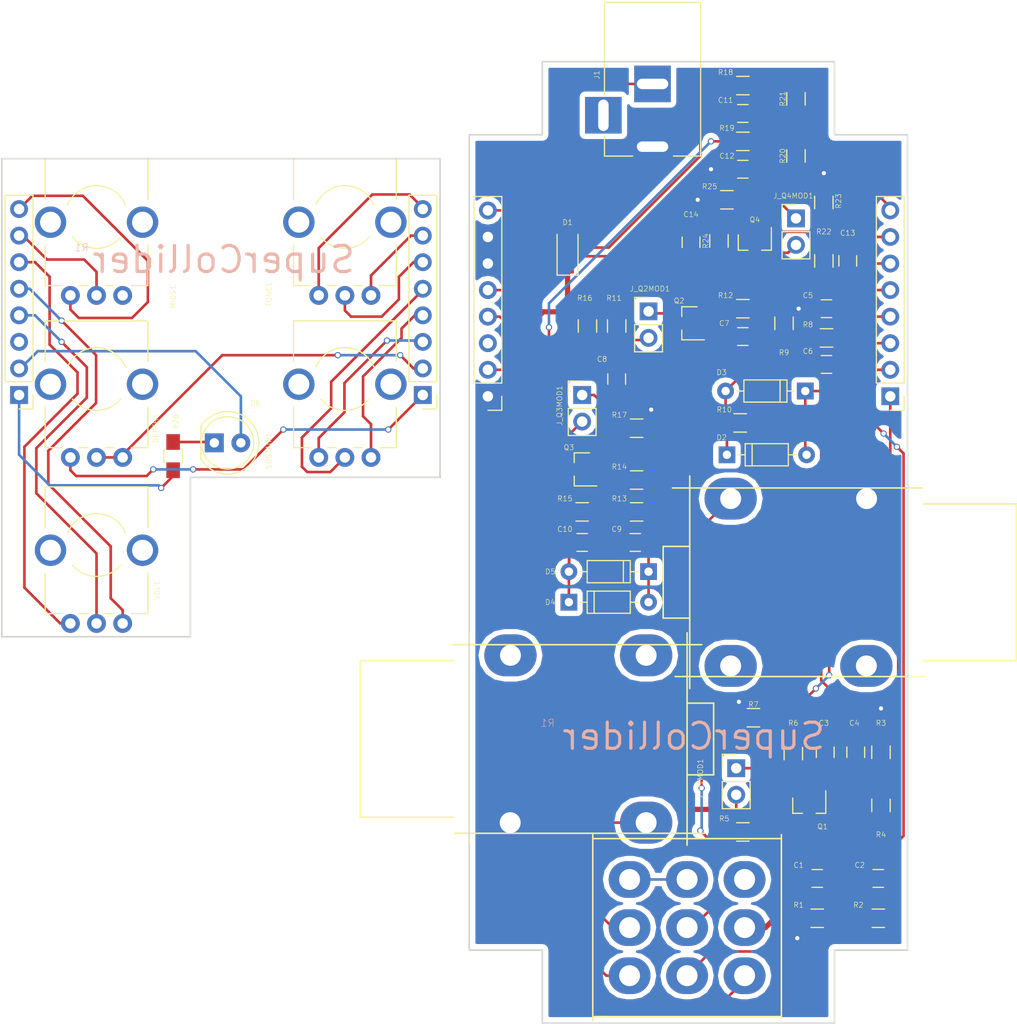
<source format=kicad_pcb>
(kicad_pcb (version 4) (host pcbnew 4.0.7)
  (title_block (comment 2 "Revision 2") (comment 3 "Original Board by Chris Sutton") (comment 4 "SuperCollider (Big Muff Clone)"))
  (layers (0 F.Cu signal) (31 B.Cu signal) (34 B.Paste user) (35 F.Paste user) (36 B.SilkS user) (37 F.SilkS user) (38 B.Mask user) (39 F.Mask user) (44 Edge.Cuts user))
  (net 0 "")
  (net 1 "Net-(C1-Pad1)")
  (net 2 "Net-(C5-Pad2)")
  (net 3 "Net-(C6-Pad1)")
  (net 4 /GND)
  (net 5 "Net-(C12-Pad1)")
  (net 6 "Net-(D6-Pad2)")
  (net 7 /+9V)
  (net 8 "Net-(J1-Pad3)")
  (net 9 "Net-(J_IN1-Pad2)")
  (net 10 "Net-(J_IN1-Pad1)")
  (net 11 "Net-(J_IN1-Pad3)")
  (net 12 "Net-(J_OUT1-Pad2)")
  (net 13 "Net-(J_OUT1-Pad1)")
  (net 14 "Net-(J_OUT1-Pad3)")
  (net 15 /VOL_P1)
  (net 16 /TONE_P2)
  (net 17 /SUS_P3)
  (net 18 /SUS_P2)
  (net 19 /TONE_P1)
  (net 20 /TONE_P3)
  (net 21 /LED_AN)
  (net 22 /VOL_P2)
  (net 23 /SUS_P1)
  (net 24 "Net-(C8-Pad2)")
  (net 25 "Net-(C10-Pad2)")
  (net 26 "Net-(C13-Pad1)")
  (net 27 "Net-(D1-Pad2)")
  (net 28 "Net-(D6-Pad1)")
  (net 29 "Net-(SW_EN1-Pad3)")
  (net 30 "Net-(J_AUX2MAIN_1-Pad3)")
  (net 31 "Net-(J_AUX2MAIN_1-Pad4)")
  (net 32 "Net-(J_AUX2MAIN_1-Pad5)")
  (net 33 "Net-(J_AUX2MAIN_1-Pad6)")
  (net 34 "Net-(J_AUX2MAIN_2-Pad1)")
  (net 35 "Net-(J_AUX2MAIN_2-Pad3)")
  (net 36 "Net-(J_AUX2MAIN_2-Pad4)")
  (net 37 "Net-(J_AUX2MAIN_2-Pad6)")
  (net 38 "Net-(SW_EN1-Pad6)")
  (net 39 /DEPTH_P3)
  (net 40 /DEPTH_P1_2)
  (net 41 "Net-(C6-Pad2)")
  (net 42 "Net-(C9-Pad1)")
  (net 43 "Net-(C11-Pad2)")
  (net 44 "Net-(DEPTH1-Pad3)")
  (net 45 "Net-(DEPTH1-Pad1)")
  (net 46 "Net-(J_AUX2MAIN_1-Pad7)")
  (net 47 "Net-(J_AUX2MAIN_1-Pad8)")
  (net 48 "Net-(J_AUX2MAIN_2-Pad5)")
  (net 49 "Net-(J_AUX2MAIN_2-Pad8)")
  (net 50 "Net-(R1-Pad1)")
  (net 51 "Net-(J_AUX2MAIN_2-Pad7)")
  (net 52 "Net-(J_MAIN2AUX_2-Pad3)")
  (net 53 /Q1_CMOD)
  (net 54 /Q2_CMOD)
  (net 55 /Q3_CMOD)
  (net 56 /Q4_CMOD)
  (net 57 /Q1_EMOD)
  (net 58 /Q2_EMOD)
  (net 59 /Q3_EMOD)
  (net 60 /Q4_EMOD)
  (net 61 /MIDS_P3)
  (net 62 "Net-(MIDS1-Pad1)")
  (module Potentiometers:Potentiometer_Bourns_PTV09A-1_Horizontal (layer F.Cu) (at 50.546 159.639 90)
    (fp_text reference VOL1 (at 3.175 3.302 270) (layer F.SilkS) (effects (font (size 0.5 0.5) (thickness 0.05))))
    (fp_text value B100K)
    (pad 3 thru_hole circle (at 0 -5 90) (size 1.8 1.8) (drill 1) (layers *.Cu *.Mask) (net 37 "Net-(J_AUX2MAIN_2-Pad6)"))
    (pad 2 thru_hole circle (at 0 -2.5 90) (size 1.8 1.8) (drill 1) (layers *.Cu *.Mask) (net 36 "Net-(J_AUX2MAIN_2-Pad4)"))
    (pad 1 thru_hole circle (at 0 0 90) (size 1.8 1.8) (drill 1) (layers *.Cu *.Mask) (net 48 "Net-(J_AUX2MAIN_2-Pad5)"))
    (pad "" np_thru_hole circle (at 7 -6.9 90) (size 3 3) (drill 2) (layers *.Cu *.Mask))
    (pad "" np_thru_hole circle (at 7 1.9 90) (size 3 3) (drill 2) (layers *.Cu *.Mask))
  )
  (module custom_sockets:JackSocket_Mono_PCB (layer F.Cu) (at 115.189 155.702 90)
    (fp_text reference J_IN1 hide)
    (fp_text value JACK__MONO_2P_NC hide)
    (pad 2 thru_hole oval (at -8 -6.5 90) (size 4 5) (drill 2) (layers *.Cu *.Mask) (net 9 "Net-(J_IN1-Pad2)"))
    (pad 1 thru_hole oval (at 8 -6.5 90) (size 4 5) (drill 2) (layers *.Cu *.Mask) (net 10 "Net-(J_IN1-Pad1)"))
    (pad 4 thru_hole oval (at 8 6.5 90) (size 4 5) (drill 2) (layers *.Cu *.Mask) (net 4 /GND))
    (pad 3 thru_hole oval (at -8 6.477 90) (size 4 5) (drill 2) (layers *.Cu *.Mask) (net 11 "Net-(J_IN1-Pad3)"))
  )
  (module custom_sw:SW_3PDT_W18MM_L17.3MM_P5.3MM_D2MM_SolderLugs (layer F.Cu) (at 104.521 188.722 180)
    (fp_text reference SW_EN1 hide)
    (fp_text value SW_3PDT_on_on)
    (pad 1 thru_hole oval (at -5.5 -4.6 180) (size 4 3.5) (drill 2) (layers *.Cu *.Mask) (net 21 /LED_AN))
    (pad 4 thru_hole oval (at 0 -4.6 180) (size 4 3.5) (drill 2) (layers *.Cu *.Mask) (net 50 "Net-(R1-Pad1)"))
    (pad 7 thru_hole oval (at 5.5 -4.6 180) (size 4 3.5) (drill 2) (layers *.Cu *.Mask) (net 22 /VOL_P2))
    (pad 2 thru_hole oval (at -5.5 0 180) (size 4 3.5) (drill 2) (layers *.Cu *.Mask) (net 7 /+9V))
    (pad 5 thru_hole oval (at 0 0 180) (size 4 3.5) (drill 2) (layers *.Cu *.Mask) (net 10 "Net-(J_IN1-Pad1)"))
    (pad 8 thru_hole oval (at 5.5 0 180) (size 4 3.5) (drill 2) (layers *.Cu *.Mask) (net 13 "Net-(J_OUT1-Pad1)"))
    (pad 3 thru_hole oval (at -5.5 4.6 180) (size 4 3.5) (drill 2) (layers *.Cu *.Mask) (net 29 "Net-(SW_EN1-Pad3)"))
    (pad 6 thru_hole oval (at 0 4.6 180) (size 4 3.5) (drill 2) (layers *.Cu *.Mask) (net 38 "Net-(SW_EN1-Pad6)"))
    (pad 9 thru_hole oval (at 5.5 4.6 180) (size 4 3.5) (drill 2) (layers *.Cu *.Mask) (net 38 "Net-(SW_EN1-Pad6)"))
  )
  (module Potentiometers:Potentiometer_Bourns_PTV09A-1_Horizontal (layer F.Cu) (at 74.295 143.764 90)
    (fp_text reference SUSTAIN1 (at 0.635 -9.779 270) (layer F.SilkS) (effects (font (size 0.5 0.5) (thickness 0.05))))
    (fp_text value B100K)
    (pad 3 thru_hole circle (at 0 -5 90) (size 1.8 1.8) (drill 1) (layers *.Cu *.Mask) (net 30 "Net-(J_AUX2MAIN_1-Pad3)"))
    (pad 2 thru_hole circle (at 0 -2.5 90) (size 1.8 1.8) (drill 1) (layers *.Cu *.Mask) (net 32 "Net-(J_AUX2MAIN_1-Pad5)"))
    (pad 1 thru_hole circle (at 0 0 90) (size 1.8 1.8) (drill 1) (layers *.Cu *.Mask) (net 31 "Net-(J_AUX2MAIN_1-Pad4)"))
    (pad "" np_thru_hole circle (at 7 -6.9 90) (size 3 3) (drill 2) (layers *.Cu *.Mask))
    (pad "" np_thru_hole circle (at 7 1.9 90) (size 3 3) (drill 2) (layers *.Cu *.Mask))
  )
  (module Potentiometers:Potentiometer_Bourns_PTV09A-1_Horizontal (layer F.Cu) (at 74.295 128.27 90)
    (fp_text reference TONE1 (at 0.127 -9.779 270) (layer F.SilkS) (effects (font (size 0.5 0.5) (thickness 0.05))))
    (fp_text value B100K)
    (pad 3 thru_hole circle (at 0 -5 90) (size 1.8 1.8) (drill 1) (layers *.Cu *.Mask) (net 47 "Net-(J_AUX2MAIN_1-Pad8)"))
    (pad 2 thru_hole circle (at 0 -2.5 90) (size 1.8 1.8) (drill 1) (layers *.Cu *.Mask) (net 33 "Net-(J_AUX2MAIN_1-Pad6)"))
    (pad 1 thru_hole circle (at 0 0 90) (size 1.8 1.8) (drill 1) (layers *.Cu *.Mask) (net 46 "Net-(J_AUX2MAIN_1-Pad7)"))
    (pad "" np_thru_hole circle (at 7 -6.9 90) (size 3 3) (drill 2) (layers *.Cu *.Mask))
    (pad "" np_thru_hole circle (at 7 1.9 90) (size 3 3) (drill 2) (layers *.Cu *.Mask))
  )
  (module Pin_Headers:Pin_Header_Straight_1x08_Pitch2.54mm (layer F.Cu) (at 40.64 137.795 180)
    (fp_text reference J_AUX2MAIN_2 hide)
    (fp_text value Conn_01x08)
    (pad 1 thru_hole rect (at 0 0 180) (size 1.7 1.7) (drill 1) (layers *.Cu *.Mask) (net 34 "Net-(J_AUX2MAIN_2-Pad1)"))
    (pad 2 thru_hole oval (at 0 2.54 180) (size 1.7 1.7) (drill 1) (layers *.Cu *.Mask) (net 6 "Net-(D6-Pad2)"))
    (pad 3 thru_hole oval (at 0 5.08 180) (size 1.7 1.7) (drill 1) (layers *.Cu *.Mask) (net 35 "Net-(J_AUX2MAIN_2-Pad3)"))
    (pad 4 thru_hole oval (at 0 7.62 180) (size 1.7 1.7) (drill 1) (layers *.Cu *.Mask) (net 36 "Net-(J_AUX2MAIN_2-Pad4)"))
    (pad 5 thru_hole oval (at 0 10.16 180) (size 1.7 1.7) (drill 1) (layers *.Cu *.Mask) (net 48 "Net-(J_AUX2MAIN_2-Pad5)"))
    (pad 6 thru_hole oval (at 0 12.7 180) (size 1.7 1.7) (drill 1) (layers *.Cu *.Mask) (net 37 "Net-(J_AUX2MAIN_2-Pad6)"))
    (pad 7 thru_hole oval (at 0 15.24 180) (size 1.7 1.7) (drill 1) (layers *.Cu *.Mask) (net 51 "Net-(J_AUX2MAIN_2-Pad7)"))
    (pad 8 thru_hole oval (at 0 17.78 180) (size 1.7 1.7) (drill 1) (layers *.Cu *.Mask) (net 49 "Net-(J_AUX2MAIN_2-Pad8)"))
  )
  (module Pin_Headers:Pin_Header_Straight_1x08_Pitch2.54mm (layer F.Cu) (at 123.952 137.922 180)
    (fp_text reference J_MAIN2AUX_1 hide)
    (fp_text value Conn_01x08)
    (pad 1 thru_hole rect (at 0 0 180) (size 1.7 1.7) (drill 1) (layers *.Cu *.Mask) (net 39 /DEPTH_P3))
    (pad 2 thru_hole oval (at 0 2.54 180) (size 1.7 1.7) (drill 1) (layers *.Cu *.Mask) (net 40 /DEPTH_P1_2))
    (pad 3 thru_hole oval (at 0 5.08 180) (size 1.7 1.7) (drill 1) (layers *.Cu *.Mask) (net 17 /SUS_P3))
    (pad 4 thru_hole oval (at 0 7.62 180) (size 1.7 1.7) (drill 1) (layers *.Cu *.Mask) (net 23 /SUS_P1))
    (pad 5 thru_hole oval (at 0 10.16 180) (size 1.7 1.7) (drill 1) (layers *.Cu *.Mask) (net 18 /SUS_P2))
    (pad 6 thru_hole oval (at 0 12.7 180) (size 1.7 1.7) (drill 1) (layers *.Cu *.Mask) (net 16 /TONE_P2))
    (pad 7 thru_hole oval (at 0 15.24 180) (size 1.7 1.7) (drill 1) (layers *.Cu *.Mask) (net 19 /TONE_P1))
    (pad 8 thru_hole oval (at 0 17.78 180) (size 1.7 1.7) (drill 1) (layers *.Cu *.Mask) (net 20 /TONE_P3))
  )
  (module Pin_Headers:Pin_Header_Straight_1x08_Pitch2.54mm (layer F.Cu) (at 85.471 137.922 180)
    (fp_text reference J_MAIN2AUX_2 hide)
    (fp_text value Conn_01x08)
    (pad 1 thru_hole rect (at 0 0 180) (size 1.7 1.7) (drill 1) (layers *.Cu *.Mask) (net 4 /GND))
    (pad 2 thru_hole oval (at 0 2.54 180) (size 1.7 1.7) (drill 1) (layers *.Cu *.Mask) (net 21 /LED_AN))
    (pad 3 thru_hole oval (at 0 5.08 180) (size 1.7 1.7) (drill 1) (layers *.Cu *.Mask) (net 52 "Net-(J_MAIN2AUX_2-Pad3)"))
    (pad 4 thru_hole oval (at 0 7.62 180) (size 1.7 1.7) (drill 1) (layers *.Cu *.Mask) (net 22 /VOL_P2))
    (pad 5 thru_hole oval (at 0 10.16 180) (size 1.7 1.7) (drill 1) (layers *.Cu *.Mask) (net 15 /VOL_P1))
    (pad 6 thru_hole oval (at 0 12.7 180) (size 1.7 1.7) (drill 1) (layers *.Cu *.Mask) (net 4 /GND))
    (pad 7 thru_hole oval (at 0 15.24 180) (size 1.7 1.7) (drill 1) (layers *.Cu *.Mask) (net 4 /GND))
    (pad 8 thru_hole oval (at 0 17.78 180) (size 1.7 1.7) (drill 1) (layers *.Cu *.Mask) (net 61 /MIDS_P3))
  )
  (module custom_sockets:JackSocket_Mono_PCB (layer F.Cu) (at 94.107 170.688 270)
    (fp_text reference J_OUT1 hide)
    (fp_text value JACK__MONO_2P_NC hide)
    (pad 2 thru_hole oval (at -8 -6.5 270) (size 4 5) (drill 2) (layers *.Cu *.Mask) (net 12 "Net-(J_OUT1-Pad2)"))
    (pad 1 thru_hole oval (at 8 -6.5 270) (size 4 5) (drill 2) (layers *.Cu *.Mask) (net 13 "Net-(J_OUT1-Pad1)"))
    (pad 4 thru_hole oval (at 8 6.5 270) (size 4 5) (drill 2) (layers *.Cu *.Mask) (net 4 /GND))
    (pad 3 thru_hole oval (at -8 6.477 270) (size 4 5) (drill 2) (layers *.Cu *.Mask) (net 14 "Net-(J_OUT1-Pad3)"))
  )
  (module Capacitors_SMD:C_0805_HandSoldering (layer F.Cu) (at 116.967 184.023 180)
    (fp_text reference C1 (at 1.778 1.27 360) (layer F.SilkS) (effects (font (size 0.5 0.5) (thickness 0.05))))
    (fp_text value 10Uf)
    (pad 1 smd rect (at -1.25 0 180) (size 1.5 1.25) (layers F.Cu F.Paste F.Mask) (net 1 "Net-(C1-Pad1)"))
    (pad 2 smd rect (at 1.25 0 180) (size 1.5 1.25) (layers F.Cu F.Paste F.Mask) (net 40 /DEPTH_P1_2))
  )
  (module Capacitors_SMD:C_0805_HandSoldering (layer F.Cu) (at 122.809 184.023 180)
    (fp_text reference C2 (at 1.778 1.27 360) (layer F.SilkS) (effects (font (size 0.5 0.5) (thickness 0.05))))
    (fp_text value 4.7nF)
    (pad 1 smd rect (at -1.25 0 180) (size 1.5 1.25) (layers F.Cu F.Paste F.Mask) (net 1 "Net-(C1-Pad1)"))
    (pad 2 smd rect (at 1.25 0 180) (size 1.5 1.25) (layers F.Cu F.Paste F.Mask) (net 39 /DEPTH_P3))
  )
  (module Capacitors_SMD:C_0805_HandSoldering (layer F.Cu) (at 117.729 171.958 270)
    (fp_text reference C3 (at -2.794 0.127 360) (layer F.SilkS) (effects (font (size 0.5 0.5) (thickness 0.05))))
    (fp_text value 470pF)
    (pad 1 smd rect (at -1.25 0 270) (size 1.5 1.25) (layers F.Cu F.Paste F.Mask) (net 53 /Q1_CMOD))
    (pad 2 smd rect (at 1.25 0 270) (size 1.5 1.25) (layers F.Cu F.Paste F.Mask) (net 39 /DEPTH_P3))
  )
  (module Capacitors_SMD:C_0805_HandSoldering (layer F.Cu) (at 120.65 171.958 270)
    (fp_text reference C4 (at -2.794 0.127 360) (layer F.SilkS) (effects (font (size 0.5 0.5) (thickness 0.05))))
    (fp_text value 100nF)
    (pad 1 smd rect (at -1.25 0 270) (size 1.5 1.25) (layers F.Cu F.Paste F.Mask) (net 23 /SUS_P1))
    (pad 2 smd rect (at 1.25 0 270) (size 1.5 1.25) (layers F.Cu F.Paste F.Mask) (net 53 /Q1_CMOD))
  )
  (module Capacitors_SMD:C_0805_HandSoldering (layer F.Cu) (at 117.856 129.54)
    (fp_text reference C5 (at -1.778 -1.27 180) (layer F.SilkS) (effects (font (size 0.5 0.5) (thickness 0.05))))
    (fp_text value 100nF)
    (pad 1 smd rect (at -1.25 0) (size 1.5 1.25) (layers F.Cu F.Paste F.Mask) (net 18 /SUS_P2))
    (pad 2 smd rect (at 1.25 0) (size 1.5 1.25) (layers F.Cu F.Paste F.Mask) (net 2 "Net-(C5-Pad2)"))
  )
  (module Capacitors_SMD:C_0805_HandSoldering (layer F.Cu) (at 117.856 134.874 180)
    (fp_text reference C6 (at 1.778 1.27 360) (layer F.SilkS) (effects (font (size 0.5 0.5) (thickness 0.05))))
    (fp_text value 47nF)
    (pad 1 smd rect (at -1.25 0 180) (size 1.5 1.25) (layers F.Cu F.Paste F.Mask) (net 3 "Net-(C6-Pad1)"))
    (pad 2 smd rect (at 1.25 0 180) (size 1.5 1.25) (layers F.Cu F.Paste F.Mask) (net 41 "Net-(C6-Pad2)"))
  )
  (module Capacitors_SMD:C_0805_HandSoldering (layer F.Cu) (at 109.855 132.207 180)
    (fp_text reference C7 (at 1.778 1.27 360) (layer F.SilkS) (effects (font (size 0.5 0.5) (thickness 0.05))))
    (fp_text value 470pF)
    (pad 1 smd rect (at -1.25 0 180) (size 1.5 1.25) (layers F.Cu F.Paste F.Mask) (net 54 /Q2_CMOD))
    (pad 2 smd rect (at 1.25 0 180) (size 1.5 1.25) (layers F.Cu F.Paste F.Mask) (net 41 "Net-(C6-Pad2)"))
  )
  (module Capacitors_SMD:C_0805_HandSoldering (layer F.Cu) (at 97.79 136.271 270)
    (fp_text reference C8 (at -1.905 1.397 360) (layer F.SilkS) (effects (font (size 0.5 0.5) (thickness 0.05))))
    (fp_text value 100nF)
    (pad 1 smd rect (at -1.25 0 270) (size 1.5 1.25) (layers F.Cu F.Paste F.Mask) (net 54 /Q2_CMOD))
    (pad 2 smd rect (at 1.25 0 270) (size 1.5 1.25) (layers F.Cu F.Paste F.Mask) (net 24 "Net-(C8-Pad2)"))
  )
  (module Capacitors_SMD:C_0805_HandSoldering (layer F.Cu) (at 99.568 151.892 180)
    (fp_text reference C9 (at 1.778 1.27 360) (layer F.SilkS) (effects (font (size 0.5 0.5) (thickness 0.05))))
    (fp_text value 47nF)
    (pad 1 smd rect (at -1.25 0 180) (size 1.5 1.25) (layers F.Cu F.Paste F.Mask) (net 42 "Net-(C9-Pad1)"))
    (pad 2 smd rect (at 1.25 0 180) (size 1.5 1.25) (layers F.Cu F.Paste F.Mask) (net 25 "Net-(C10-Pad2)"))
  )
  (module Capacitors_SMD:C_0805_HandSoldering (layer F.Cu) (at 94.488 151.892)
    (fp_text reference C10 (at -1.651 -1.27 180) (layer F.SilkS) (effects (font (size 0.5 0.5) (thickness 0.05))))
    (fp_text value 470pF)
    (pad 1 smd rect (at -1.25 0) (size 1.5 1.25) (layers F.Cu F.Paste F.Mask) (net 55 /Q3_CMOD))
    (pad 2 smd rect (at 1.25 0) (size 1.5 1.25) (layers F.Cu F.Paste F.Mask) (net 25 "Net-(C10-Pad2)"))
  )
  (module Capacitors_SMD:C_0805_HandSoldering (layer F.Cu) (at 109.855 110.871)
    (fp_text reference C11 (at -1.651 -1.27 180) (layer F.SilkS) (effects (font (size 0.5 0.5) (thickness 0.05))))
    (fp_text value 10nF)
    (pad 1 smd rect (at -1.25 0) (size 1.5 1.25) (layers F.Cu F.Paste F.Mask) (net 55 /Q3_CMOD))
    (pad 2 smd rect (at 1.25 0) (size 1.5 1.25) (layers F.Cu F.Paste F.Mask) (net 43 "Net-(C11-Pad2)"))
  )
  (module Capacitors_SMD:C_0805_HandSoldering (layer F.Cu) (at 109.855 116.205 180)
    (fp_text reference C12 (at 1.524 1.27 360) (layer F.SilkS) (effects (font (size 0.5 0.5) (thickness 0.05))))
    (fp_text value 10nF)
    (pad 1 smd rect (at -1.25 0 180) (size 1.5 1.25) (layers F.Cu F.Paste F.Mask) (net 5 "Net-(C12-Pad1)"))
    (pad 2 smd rect (at 1.25 0 180) (size 1.5 1.25) (layers F.Cu F.Paste F.Mask) (net 4 /GND))
  )
  (module Capacitors_SMD:C_0805_HandSoldering (layer F.Cu) (at 119.888 124.968 270)
    (fp_text reference C13 (at -2.667 0 360) (layer F.SilkS) (effects (font (size 0.5 0.5) (thickness 0.05))))
    (fp_text value 100nF)
    (pad 1 smd rect (at -1.25 0 270) (size 1.5 1.25) (layers F.Cu F.Paste F.Mask) (net 26 "Net-(C13-Pad1)"))
    (pad 2 smd rect (at 1.25 0 270) (size 1.5 1.25) (layers F.Cu F.Paste F.Mask) (net 16 /TONE_P2))
  )
  (module Capacitors_SMD:C_0805_HandSoldering (layer F.Cu) (at 104.902 123.19 270)
    (fp_text reference C14 (at -2.667 0 360) (layer F.SilkS) (effects (font (size 0.5 0.5) (thickness 0.05))))
    (fp_text value 100nF)
    (pad 1 smd rect (at -1.25 0 270) (size 1.5 1.25) (layers F.Cu F.Paste F.Mask) (net 56 /Q4_CMOD))
    (pad 2 smd rect (at 1.25 0 270) (size 1.5 1.25) (layers F.Cu F.Paste F.Mask) (net 15 /VOL_P1))
  )
  (module Diodes_SMD:D_SOD-123 (layer F.Cu) (at 93.091 124.079 90)
    (fp_text reference D1 (at 2.794 0 180) (layer F.SilkS) (effects (font (size 0.5 0.5) (thickness 0.05))))
    (fp_text value D_Schottky)
    (pad 1 smd rect (at -1.65 0 90) (size 0.9 1.2) (layers F.Cu F.Paste F.Mask) (net 7 /+9V))
    (pad 2 smd rect (at 1.65 0 90) (size 0.9 1.2) (layers F.Cu F.Paste F.Mask) (net 27 "Net-(D1-Pad2)"))
  )
  (module LEDs:LED_D5.0mm (layer F.Cu) (at 59.309 142.367)
    (fp_text reference D6 (at 3.937 -3.81) (layer F.SilkS) (effects (font (size 0.5 0.5) (thickness 0.05))))
    (fp_text value LED)
    (pad 1 thru_hole rect (at 0 0) (size 1.8 1.8) (drill 0.9) (layers *.Cu *.Mask) (net 28 "Net-(D6-Pad1)"))
    (pad 2 thru_hole circle (at 2.54 0) (size 1.8 1.8) (drill 0.9) (layers *.Cu *.Mask) (net 6 "Net-(D6-Pad2)"))
  )
  (module Potentiometers:Potentiometer_Bourns_PTV09A-1_Horizontal (layer F.Cu) (at 50.546 143.764 90)
    (fp_text reference DEPTH1 (at 2.794 3.175 270) (layer F.SilkS) (effects (font (size 0.5 0.5) (thickness 0.05))))
    (fp_text value 150K)
    (pad 3 thru_hole circle (at 0 -5 90) (size 1.8 1.8) (drill 1) (layers *.Cu *.Mask) (net 44 "Net-(DEPTH1-Pad3)"))
    (pad 2 thru_hole circle (at 0 -2.5 90) (size 1.8 1.8) (drill 1) (layers *.Cu *.Mask) (net 45 "Net-(DEPTH1-Pad1)"))
    (pad 1 thru_hole circle (at 0 0 90) (size 1.8 1.8) (drill 1) (layers *.Cu *.Mask) (net 45 "Net-(DEPTH1-Pad1)"))
    (pad "" np_thru_hole circle (at 7 -6.9 90) (size 3 3) (drill 2) (layers *.Cu *.Mask))
    (pad "" np_thru_hole circle (at 7 1.9 90) (size 3 3) (drill 2) (layers *.Cu *.Mask))
  )
  (module Pin_Headers:Pin_Header_Straight_1x08_Pitch2.54mm (layer F.Cu) (at 79.248 137.795 180)
    (fp_text reference J_AUX2MAIN_1 hide)
    (fp_text value Conn_01x08)
    (pad 1 thru_hole rect (at 0 0 180) (size 1.7 1.7) (drill 1) (layers *.Cu *.Mask) (net 44 "Net-(DEPTH1-Pad3)"))
    (pad 2 thru_hole oval (at 0 2.54 180) (size 1.7 1.7) (drill 1) (layers *.Cu *.Mask) (net 45 "Net-(DEPTH1-Pad1)"))
    (pad 3 thru_hole oval (at 0 5.08 180) (size 1.7 1.7) (drill 1) (layers *.Cu *.Mask) (net 30 "Net-(J_AUX2MAIN_1-Pad3)"))
    (pad 4 thru_hole oval (at 0 7.62 180) (size 1.7 1.7) (drill 1) (layers *.Cu *.Mask) (net 31 "Net-(J_AUX2MAIN_1-Pad4)"))
    (pad 5 thru_hole oval (at 0 10.16 180) (size 1.7 1.7) (drill 1) (layers *.Cu *.Mask) (net 32 "Net-(J_AUX2MAIN_1-Pad5)"))
    (pad 6 thru_hole oval (at 0 12.7 180) (size 1.7 1.7) (drill 1) (layers *.Cu *.Mask) (net 33 "Net-(J_AUX2MAIN_1-Pad6)"))
    (pad 7 thru_hole oval (at 0 15.24 180) (size 1.7 1.7) (drill 1) (layers *.Cu *.Mask) (net 46 "Net-(J_AUX2MAIN_1-Pad7)"))
    (pad 8 thru_hole oval (at 0 17.78 180) (size 1.7 1.7) (drill 1) (layers *.Cu *.Mask) (net 47 "Net-(J_AUX2MAIN_1-Pad8)"))
  )
  (module Potentiometers:Potentiometer_Bourns_PTV09A-1_Horizontal (layer F.Cu) (at 50.546 128.27 90)
    (fp_text reference MIDS1 (at -0.127 4.826 270) (layer F.SilkS) (effects (font (size 0.5 0.5) (thickness 0.05))))
    (fp_text value 50K)
    (pad 3 thru_hole circle (at 0 -5 90) (size 1.8 1.8) (drill 1) (layers *.Cu *.Mask) (net 49 "Net-(J_AUX2MAIN_2-Pad8)"))
    (pad 2 thru_hole circle (at 0 -2.5 90) (size 1.8 1.8) (drill 1) (layers *.Cu *.Mask) (net 51 "Net-(J_AUX2MAIN_2-Pad7)"))
    (pad 1 thru_hole circle (at 0 0 90) (size 1.8 1.8) (drill 1) (layers *.Cu *.Mask) (net 62 "Net-(MIDS1-Pad1)"))
    (pad "" np_thru_hole circle (at 7 -6.9 90) (size 3 3) (drill 2) (layers *.Cu *.Mask))
    (pad "" np_thru_hole circle (at 7 1.9 90) (size 3 3) (drill 2) (layers *.Cu *.Mask))
  )
  (module TO_SOT_Packages_SMD:SOT-23 (layer F.Cu) (at 116.205 177.038 270)
    (fp_text reference Q1 (at 2.032 -1.27 540) (layer F.SilkS) (effects (font (size 0.5 0.5) (thickness 0.05))))
    (fp_text value MMBT3904)
    (pad 1 smd rect (at -1 -0.95 270) (size 0.9 0.8) (layers F.Cu F.Paste F.Mask) (net 39 /DEPTH_P3))
    (pad 2 smd rect (at -1 0.95 270) (size 0.9 0.8) (layers F.Cu F.Paste F.Mask) (net 57 /Q1_EMOD))
    (pad 3 smd rect (at 1 0 270) (size 0.9 0.8) (layers F.Cu F.Paste F.Mask) (net 53 /Q1_CMOD))
  )
  (module TO_SOT_Packages_SMD:SOT-23 (layer F.Cu) (at 104.775 130.937 180)
    (fp_text reference Q2 (at 1.016 2.159 180) (layer F.SilkS) (effects (font (size 0.5 0.5) (thickness 0.05))))
    (fp_text value MMBT3904)
    (pad 1 smd rect (at -1 -0.95 180) (size 0.9 0.8) (layers F.Cu F.Paste F.Mask) (net 41 "Net-(C6-Pad2)"))
    (pad 2 smd rect (at -1 0.95 180) (size 0.9 0.8) (layers F.Cu F.Paste F.Mask) (net 58 /Q2_EMOD))
    (pad 3 smd rect (at 1 0 180) (size 0.9 0.8) (layers F.Cu F.Paste F.Mask) (net 54 /Q2_CMOD))
  )
  (module TO_SOT_Packages_SMD:SOT-23 (layer F.Cu) (at 94.488 144.907 180)
    (fp_text reference Q3 (at 1.27 2.0955 360) (layer F.SilkS) (effects (font (size 0.5 0.5) (thickness 0.05))))
    (fp_text value MMBT3904)
    (pad 1 smd rect (at -1 -0.95 180) (size 0.9 0.8) (layers F.Cu F.Paste F.Mask) (net 25 "Net-(C10-Pad2)"))
    (pad 2 smd rect (at -1 0.95 180) (size 0.9 0.8) (layers F.Cu F.Paste F.Mask) (net 59 /Q3_EMOD))
    (pad 3 smd rect (at 1 0 180) (size 0.9 0.8) (layers F.Cu F.Paste F.Mask) (net 55 /Q3_CMOD))
  )
  (module TO_SOT_Packages_SMD:SOT-23 (layer F.Cu) (at 110.998 123.19 270)
    (fp_text reference Q4 (at -2.159 0 360) (layer F.SilkS) (effects (font (size 0.5 0.5) (thickness 0.05))))
    (fp_text value MMBT3904)
    (pad 1 smd rect (at -1 -0.95 270) (size 0.9 0.8) (layers F.Cu F.Paste F.Mask) (net 26 "Net-(C13-Pad1)"))
    (pad 2 smd rect (at -1 0.95 270) (size 0.9 0.8) (layers F.Cu F.Paste F.Mask) (net 60 /Q4_EMOD))
    (pad 3 smd rect (at 1 0 270) (size 0.9 0.8) (layers F.Cu F.Paste F.Mask) (net 56 /Q4_CMOD))
  )
  (module Resistors_SMD:R_0805_HandSoldering (layer F.Cu) (at 116.967 187.833 180)
    (fp_text reference R1 (at 1.778 1.27 360) (layer F.SilkS) (effects (font (size 0.5 0.5) (thickness 0.05))))
    (fp_text value 1M)
    (pad 1 smd rect (at -1.35 0 180) (size 1.5 1.3) (layers F.Cu F.Paste F.Mask) (net 50 "Net-(R1-Pad1)"))
    (pad 2 smd rect (at 1.35 0 180) (size 1.5 1.3) (layers F.Cu F.Paste F.Mask) (net 4 /GND))
  )
  (module Resistors_SMD:R_0805_HandSoldering (layer F.Cu) (at 122.809 187.833 180)
    (fp_text reference R2 (at 1.905 1.27 360) (layer F.SilkS) (effects (font (size 0.5 0.5) (thickness 0.05))))
    (fp_text value 2K7)
    (pad 1 smd rect (at -1.35 0 180) (size 1.5 1.3) (layers F.Cu F.Paste F.Mask) (net 1 "Net-(C1-Pad1)"))
    (pad 2 smd rect (at 1.35 0 180) (size 1.5 1.3) (layers F.Cu F.Paste F.Mask) (net 50 "Net-(R1-Pad1)"))
  )
  (module Resistors_SMD:R_0805_HandSoldering (layer F.Cu) (at 123.063 171.958 270)
    (fp_text reference R3 (at -2.794 0 360) (layer F.SilkS) (effects (font (size 0.5 0.5) (thickness 0.05))))
    (fp_text value 100K)
    (pad 1 smd rect (at -1.35 0 270) (size 1.5 1.3) (layers F.Cu F.Paste F.Mask) (net 4 /GND))
    (pad 2 smd rect (at 1.35 0 270) (size 1.5 1.3) (layers F.Cu F.Paste F.Mask) (net 39 /DEPTH_P3))
  )
  (module Resistors_SMD:R_0805_HandSoldering (layer F.Cu) (at 123.063 177.038 90)
    (fp_text reference R4 (at -2.794 0 180) (layer F.SilkS) (effects (font (size 0.5 0.5) (thickness 0.05))))
    (fp_text value 470K)
    (pad 1 smd rect (at -1.35 0 90) (size 1.5 1.3) (layers F.Cu F.Paste F.Mask) (net 53 /Q1_CMOD))
    (pad 2 smd rect (at 1.35 0 90) (size 1.5 1.3) (layers F.Cu F.Paste F.Mask) (net 39 /DEPTH_P3))
  )
  (module Resistors_SMD:R_0805_HandSoldering (layer F.Cu) (at 109.855 179.578 180)
    (fp_text reference R5 (at 1.778 1.27 360) (layer F.SilkS) (effects (font (size 0.5 0.5) (thickness 0.05))))
    (fp_text value 12K)
    (pad 1 smd rect (at -1.35 0 180) (size 1.5 1.3) (layers F.Cu F.Paste F.Mask) (net 53 /Q1_CMOD))
    (pad 2 smd rect (at 1.35 0 180) (size 1.5 1.3) (layers F.Cu F.Paste F.Mask) (net 7 /+9V))
  )
  (module Resistors_SMD:R_0805_HandSoldering (layer F.Cu) (at 114.681 172.085 270)
    (fp_text reference R6 (at -2.921 0 360) (layer F.SilkS) (effects (font (size 0.5 0.5) (thickness 0.05))))
    (fp_text value 390R)
    (pad 1 smd rect (at -1.35 0 270) (size 1.5 1.3) (layers F.Cu F.Paste F.Mask) (net 4 /GND))
    (pad 2 smd rect (at 1.35 0 270) (size 1.5 1.3) (layers F.Cu F.Paste F.Mask) (net 57 /Q1_EMOD))
  )
  (module Resistors_SMD:R_0805_HandSoldering (layer F.Cu) (at 110.871 168.656 180)
    (fp_text reference R7 (at 0 1.27 360) (layer F.SilkS) (effects (font (size 0.5 0.5) (thickness 0.05))))
    (fp_text value 1K)
    (pad 1 smd rect (at -1.35 0 180) (size 1.5 1.3) (layers F.Cu F.Paste F.Mask) (net 17 /SUS_P3))
    (pad 2 smd rect (at 1.35 0 180) (size 1.5 1.3) (layers F.Cu F.Paste F.Mask) (net 4 /GND))
  )
  (module Resistors_SMD:R_0805_HandSoldering (layer F.Cu) (at 117.856 132.334 180)
    (fp_text reference R8 (at 1.778 1.27 360) (layer F.SilkS) (effects (font (size 0.5 0.5) (thickness 0.05))))
    (fp_text value 5k1)
    (pad 1 smd rect (at -1.35 0 180) (size 1.5 1.3) (layers F.Cu F.Paste F.Mask) (net 2 "Net-(C5-Pad2)"))
    (pad 2 smd rect (at 1.35 0 180) (size 1.5 1.3) (layers F.Cu F.Paste F.Mask) (net 41 "Net-(C6-Pad2)"))
  )
  (module Resistors_SMD:R_0805_HandSoldering (layer F.Cu) (at 113.792 130.937 90)
    (fp_text reference R9 (at -2.794 0 180) (layer F.SilkS) (effects (font (size 0.5 0.5) (thickness 0.05))))
    (fp_text value 100K)
    (pad 1 smd rect (at -1.35 0 90) (size 1.5 1.3) (layers F.Cu F.Paste F.Mask) (net 41 "Net-(C6-Pad2)"))
    (pad 2 smd rect (at 1.35 0 90) (size 1.5 1.3) (layers F.Cu F.Paste F.Mask) (net 4 /GND))
  )
  (module Resistors_SMD:R_0805_HandSoldering (layer F.Cu) (at 109.601 140.462)
    (fp_text reference R10 (at -1.524 -1.27 180) (layer F.SilkS) (effects (font (size 0.5 0.5) (thickness 0.05))))
    (fp_text value 1M)
    (pad 1 smd rect (at -1.35 0) (size 1.5 1.3) (layers F.Cu F.Paste F.Mask) (net 54 /Q2_CMOD))
    (pad 2 smd rect (at 1.35 0) (size 1.5 1.3) (layers F.Cu F.Paste F.Mask) (net 41 "Net-(C6-Pad2)"))
  )
  (module Resistors_SMD:R_0805_HandSoldering (layer F.Cu) (at 97.79 131.191 270)
    (fp_text reference R11 (at -2.667 0.254 360) (layer F.SilkS) (effects (font (size 0.5 0.5) (thickness 0.05))))
    (fp_text value 12K)
    (pad 1 smd rect (at -1.35 0 270) (size 1.5 1.3) (layers F.Cu F.Paste F.Mask) (net 7 /+9V))
    (pad 2 smd rect (at 1.35 0 270) (size 1.5 1.3) (layers F.Cu F.Paste F.Mask) (net 54 /Q2_CMOD))
  )
  (module Resistors_SMD:R_0805_HandSoldering (layer F.Cu) (at 109.855 129.54)
    (fp_text reference R12 (at -1.651 -1.27 180) (layer F.SilkS) (effects (font (size 0.5 0.5) (thickness 0.05))))
    (fp_text value 390R)
    (pad 1 smd rect (at -1.35 0) (size 1.5 1.3) (layers F.Cu F.Paste F.Mask) (net 58 /Q2_EMOD))
    (pad 2 smd rect (at 1.35 0) (size 1.5 1.3) (layers F.Cu F.Paste F.Mask) (net 4 /GND))
  )
  (module Resistors_SMD:R_0805_HandSoldering (layer F.Cu) (at 99.695 148.971 180)
    (fp_text reference R13 (at 1.651 1.27 360) (layer F.SilkS) (effects (font (size 0.5 0.5) (thickness 0.05))))
    (fp_text value 5k1)
    (pad 1 smd rect (at -1.35 0 180) (size 1.5 1.3) (layers F.Cu F.Paste F.Mask) (net 24 "Net-(C8-Pad2)"))
    (pad 2 smd rect (at 1.35 0 180) (size 1.5 1.3) (layers F.Cu F.Paste F.Mask) (net 25 "Net-(C10-Pad2)"))
  )
  (module Resistors_SMD:R_0805_HandSoldering (layer F.Cu) (at 99.695 145.923)
    (fp_text reference R14 (at -1.651 -1.27 180) (layer F.SilkS) (effects (font (size 0.5 0.5) (thickness 0.05))))
    (fp_text value 100K)
    (pad 1 smd rect (at -1.35 0) (size 1.5 1.3) (layers F.Cu F.Paste F.Mask) (net 25 "Net-(C10-Pad2)"))
    (pad 2 smd rect (at 1.35 0) (size 1.5 1.3) (layers F.Cu F.Paste F.Mask) (net 4 /GND))
  )
  (module Resistors_SMD:R_0805_HandSoldering (layer F.Cu) (at 94.488 148.971)
    (fp_text reference R15 (at -1.651 -1.27 180) (layer F.SilkS) (effects (font (size 0.5 0.5) (thickness 0.05))))
    (fp_text value 1M)
    (pad 1 smd rect (at -1.35 0) (size 1.5 1.3) (layers F.Cu F.Paste F.Mask) (net 55 /Q3_CMOD))
    (pad 2 smd rect (at 1.35 0) (size 1.5 1.3) (layers F.Cu F.Paste F.Mask) (net 25 "Net-(C10-Pad2)"))
  )
  (module Resistors_SMD:R_0805_HandSoldering (layer F.Cu) (at 94.996 131.191 270)
    (fp_text reference R16 (at -2.667 0.254 360) (layer F.SilkS) (effects (font (size 0.5 0.5) (thickness 0.05))))
    (fp_text value 12K)
    (pad 1 smd rect (at -1.35 0 270) (size 1.5 1.3) (layers F.Cu F.Paste F.Mask) (net 7 /+9V))
    (pad 2 smd rect (at 1.35 0 270) (size 1.5 1.3) (layers F.Cu F.Paste F.Mask) (net 55 /Q3_CMOD))
  )
  (module Resistors_SMD:R_0805_HandSoldering (layer F.Cu) (at 99.695 140.97)
    (fp_text reference R17 (at -1.651 -1.27 180) (layer F.SilkS) (effects (font (size 0.5 0.5) (thickness 0.05))))
    (fp_text value 390R)
    (pad 1 smd rect (at -1.35 0) (size 1.5 1.3) (layers F.Cu F.Paste F.Mask) (net 59 /Q3_EMOD))
    (pad 2 smd rect (at 1.35 0) (size 1.5 1.3) (layers F.Cu F.Paste F.Mask) (net 4 /GND))
  )
  (module Resistors_SMD:R_0805_HandSoldering (layer F.Cu) (at 109.855 108.204)
    (fp_text reference R18 (at -1.651 -1.27 180) (layer F.SilkS) (effects (font (size 0.5 0.5) (thickness 0.05))))
    (fp_text value 10K)
    (pad 1 smd rect (at -1.35 0) (size 1.5 1.3) (layers F.Cu F.Paste F.Mask) (net 61 /MIDS_P3))
    (pad 2 smd rect (at 1.35 0) (size 1.5 1.3) (layers F.Cu F.Paste F.Mask) (net 43 "Net-(C11-Pad2)"))
  )
  (module Resistors_SMD:R_0805_HandSoldering (layer F.Cu) (at 109.855 113.538 180)
    (fp_text reference R19 (at 1.524 1.27 360) (layer F.SilkS) (effects (font (size 0.5 0.5) (thickness 0.05))))
    (fp_text value 39K)
    (pad 1 smd rect (at -1.35 0 180) (size 1.5 1.3) (layers F.Cu F.Paste F.Mask) (net 5 "Net-(C12-Pad1)"))
    (pad 2 smd rect (at 1.35 0 180) (size 1.5 1.3) (layers F.Cu F.Paste F.Mask) (net 55 /Q3_CMOD))
  )
  (module Resistors_SMD:R_0805_HandSoldering (layer F.Cu) (at 114.935 114.935 270)
    (fp_text reference R20 (at 0 1.27 270) (layer F.SilkS) (effects (font (size 0.5 0.5) (thickness 0.05))))
    (fp_text value 22K)
    (pad 1 smd rect (at -1.35 0 270) (size 1.5 1.3) (layers F.Cu F.Paste F.Mask) (net 19 /TONE_P1))
    (pad 2 smd rect (at 1.35 0 270) (size 1.5 1.3) (layers F.Cu F.Paste F.Mask) (net 5 "Net-(C12-Pad1)"))
  )
  (module Resistors_SMD:R_0805_HandSoldering (layer F.Cu) (at 114.935 109.474 90)
    (fp_text reference R21 (at 0 -1.27 90) (layer F.SilkS) (effects (font (size 0.5 0.5) (thickness 0.05))))
    (fp_text value 22K)
    (pad 1 smd rect (at -1.35 0 90) (size 1.5 1.3) (layers F.Cu F.Paste F.Mask) (net 20 /TONE_P3))
    (pad 2 smd rect (at 1.35 0 90) (size 1.5 1.3) (layers F.Cu F.Paste F.Mask) (net 43 "Net-(C11-Pad2)"))
  )
  (module Resistors_SMD:R_0805_HandSoldering (layer F.Cu) (at 117.602 124.968 90)
    (fp_text reference R22 (at 2.794 0 180) (layer F.SilkS) (effects (font (size 0.5 0.5) (thickness 0.05))))
    (fp_text value 470K)
    (pad 1 smd rect (at -1.35 0 90) (size 1.5 1.3) (layers F.Cu F.Paste F.Mask) (net 7 /+9V))
    (pad 2 smd rect (at 1.35 0 90) (size 1.5 1.3) (layers F.Cu F.Paste F.Mask) (net 26 "Net-(C13-Pad1)"))
  )
  (module Resistors_SMD:R_0805_HandSoldering (layer F.Cu) (at 117.602 119.38 90)
    (fp_text reference R23 (at 0.127 1.397 90) (layer F.SilkS) (effects (font (size 0.5 0.5) (thickness 0.05))))
    (fp_text value 100K)
    (pad 1 smd rect (at -1.35 0 90) (size 1.5 1.3) (layers F.Cu F.Paste F.Mask) (net 26 "Net-(C13-Pad1)"))
    (pad 2 smd rect (at 1.35 0 90) (size 1.5 1.3) (layers F.Cu F.Paste F.Mask) (net 4 /GND))
  )
  (module Resistors_SMD:R_0805_HandSoldering (layer F.Cu) (at 107.569 123.063 90)
    (fp_text reference R24 (at 0 -1.27 90) (layer F.SilkS) (effects (font (size 0.5 0.5) (thickness 0.05))))
    (fp_text value 10K)
    (pad 1 smd rect (at -1.35 0 90) (size 1.5 1.3) (layers F.Cu F.Paste F.Mask) (net 7 /+9V))
    (pad 2 smd rect (at 1.35 0 90) (size 1.5 1.3) (layers F.Cu F.Paste F.Mask) (net 56 /Q4_CMOD))
  )
  (module Resistors_SMD:R_0805_HandSoldering (layer F.Cu) (at 108.331 119.126 180)
    (fp_text reference R25 (at 1.651 1.27 180) (layer F.SilkS) (effects (font (size 0.5 0.5) (thickness 0.05))))
    (fp_text value 2K7)
    (pad 1 smd rect (at -1.35 0 180) (size 1.5 1.3) (layers F.Cu F.Paste F.Mask) (net 60 /Q4_EMOD))
    (pad 2 smd rect (at 1.35 0 180) (size 1.5 1.3) (layers F.Cu F.Paste F.Mask) (net 4 /GND))
  )
  (module Resistors_SMD:R_0805_HandSoldering (layer F.Cu) (at 55.372 143.637 270)
    (fp_text reference R26 (at -3.302 -0.254 270) (layer F.SilkS) (effects (font (size 0.5 0.5) (thickness 0.05))))
    (fp_text value 22k)
    (pad 1 smd rect (at -1.35 0 270) (size 1.5 1.3) (layers F.Cu F.Paste F.Mask) (net 28 "Net-(D6-Pad1)"))
    (pad 2 smd rect (at 1.35 0 270) (size 1.5 1.3) (layers F.Cu F.Paste F.Mask) (net 34 "Net-(J_AUX2MAIN_2-Pad1)"))
  )
  (module Pin_Headers:Pin_Header_Straight_1x02_Pitch2.54mm (layer F.Cu) (at 109.22 173.482)
    (fp_text reference J_Q1MOD1 (at -3.429 1.016 90) (layer F.SilkS) (effects (font (size 0.5 0.5) (thickness 0.05))))
    (fp_text value CONN_01X02)
    (pad 1 thru_hole rect (at 0 0) (size 1.7 1.7) (drill 1) (layers *.Cu *.Mask) (net 57 /Q1_EMOD))
    (pad 2 thru_hole oval (at 0 2.54) (size 1.7 1.7) (drill 1) (layers *.Cu *.Mask) (net 53 /Q1_CMOD))
  )
  (module Pin_Headers:Pin_Header_Straight_1x02_Pitch2.54mm (layer F.Cu) (at 100.838 129.794)
    (fp_text reference J_Q2MOD1 (at 0.127 -2.159 180) (layer F.SilkS) (effects (font (size 0.5 0.5) (thickness 0.05))))
    (fp_text value CONN_01X02)
    (pad 1 thru_hole rect (at 0 0) (size 1.7 1.7) (drill 1) (layers *.Cu *.Mask) (net 58 /Q2_EMOD))
    (pad 2 thru_hole oval (at 0 2.54) (size 1.7 1.7) (drill 1) (layers *.Cu *.Mask) (net 54 /Q2_CMOD))
  )
  (module Pin_Headers:Pin_Header_Straight_1x02_Pitch2.54mm (layer F.Cu) (at 94.488 137.795)
    (fp_text reference J_Q3MOD1 (at -2.159 1.016 90) (layer F.SilkS) (effects (font (size 0.5 0.5) (thickness 0.05))))
    (fp_text value CONN_01X02)
    (pad 1 thru_hole rect (at 0 0) (size 1.7 1.7) (drill 1) (layers *.Cu *.Mask) (net 59 /Q3_EMOD))
    (pad 2 thru_hole oval (at 0 2.54) (size 1.7 1.7) (drill 1) (layers *.Cu *.Mask) (net 55 /Q3_CMOD))
  )
  (module Pin_Headers:Pin_Header_Straight_1x02_Pitch2.54mm (layer F.Cu) (at 114.935 120.904)
    (fp_text reference J_Q4MOD1 (at -0.254 -2.159 180) (layer F.SilkS) (effects (font (size 0.5 0.5) (thickness 0.05))))
    (fp_text value CONN_01X02)
    (pad 1 thru_hole rect (at 0 0) (size 1.7 1.7) (drill 1) (layers *.Cu *.Mask) (net 60 /Q4_EMOD))
    (pad 2 thru_hole oval (at 0 2.54) (size 1.7 1.7) (drill 1) (layers *.Cu *.Mask) (net 56 /Q4_CMOD))
  )
  (module Diodes_THT:D_DO-35_SOD27_P7.62mm_Horizontal (layer F.Cu) (at 108.331 143.51)
    (fp_text reference D2 (at -0.508 -1.651) (layer F.SilkS) (effects (font (size 0.5 0.5) (thickness 0.05))))
    (fp_text value 1N914)
    (pad 1 thru_hole rect (at 0 0) (size 1.6 1.6) (drill 0.8) (layers *.Cu *.Mask) (net 54 /Q2_CMOD))
    (pad 2 thru_hole oval (at 7.62 0) (size 1.6 1.6) (drill 0.8) (layers *.Cu *.Mask) (net 3 "Net-(C6-Pad1)"))
  )
  (module Diodes_THT:D_DO-35_SOD27_P7.62mm_Horizontal (layer F.Cu) (at 115.824 137.414 180)
    (fp_text reference D3 (at 8.001 1.778 180) (layer F.SilkS) (effects (font (size 0.5 0.5) (thickness 0.05))))
    (fp_text value 1N914)
    (pad 1 thru_hole rect (at 0 0 180) (size 1.6 1.6) (drill 0.8) (layers *.Cu *.Mask) (net 3 "Net-(C6-Pad1)"))
    (pad 2 thru_hole oval (at 7.62 0 180) (size 1.6 1.6) (drill 0.8) (layers *.Cu *.Mask) (net 54 /Q2_CMOD))
  )
  (module Diodes_THT:D_DO-35_SOD27_P7.62mm_Horizontal (layer F.Cu) (at 93.218 157.607)
    (fp_text reference D4 (at -1.778 0 180) (layer F.SilkS) (effects (font (size 0.5 0.5) (thickness 0.05))))
    (fp_text value 1N914)
    (pad 1 thru_hole rect (at 0 0) (size 1.6 1.6) (drill 0.8) (layers *.Cu *.Mask) (net 55 /Q3_CMOD))
    (pad 2 thru_hole oval (at 7.62 0) (size 1.6 1.6) (drill 0.8) (layers *.Cu *.Mask) (net 42 "Net-(C9-Pad1)"))
  )
  (module Diodes_THT:D_DO-35_SOD27_P7.62mm_Horizontal (layer F.Cu) (at 100.838 154.686 180)
    (fp_text reference D5 (at 9.398 0 360) (layer F.SilkS) (effects (font (size 0.5 0.5) (thickness 0.05))))
    (fp_text value 1N914)
    (pad 1 thru_hole rect (at 0 0 180) (size 1.6 1.6) (drill 0.8) (layers *.Cu *.Mask) (net 42 "Net-(C9-Pad1)"))
    (pad 2 thru_hole oval (at 7.62 0 180) (size 1.6 1.6) (drill 0.8) (layers *.Cu *.Mask) (net 55 /Q3_CMOD))
  )
  (module Connectors:BARREL_JACK (layer F.Cu) (at 101.219 114.046 270)
    (fp_text reference J1 (at -6.858 5.334 450) (layer F.SilkS) (effects (font (size 0.5 0.5) (thickness 0.05))))
    (fp_text value BARREL_JACK)
    (pad 1 thru_hole rect (at 0 0 270) (size 3.5 3.5) (drill oval 1 3) (layers *.Cu *.Mask) (net 4 /GND))
    (pad 2 thru_hole rect (at -6 0 270) (size 3.5 3.5) (drill oval 1 3) (layers *.Cu *.Mask) (net 27 "Net-(D1-Pad2)"))
    (pad 3 thru_hole rect (at -3 4.7 270) (size 3.5 3.5) (drill oval 3 1) (layers *.Cu *.Mask) (net 8 "Net-(J1-Pad3)"))
  )
  (gr_text R1 (at 46.609 123.698) (layer B.SilkS) (effects (font (size 0.7 0.7) (thickness 0.05)) (justify mirror)))
  (gr_text SuperCollider (at 105.156 170.434) (layer B.SilkS) (effects (font (size 2.5 2.5) (thickness 0.3)) (justify mirror)))
  (gr_text R1 (at 91.186 169.164) (layer B.SilkS) (effects (font (size 0.7 0.7) (thickness 0.05)) (justify mirror)))
  (gr_text SuperCollider (at 60.198 124.841) (layer B.SilkS) (effects (font (size 2.5 2.5) (thickness 0.3)) (justify mirror)))
  (gr_line (start 80.899 115.189) (end 38.989 115.189) (angle 90) (layer Edge.Cuts) (width 0.15))
  (gr_line (start 80.899 145.669) (end 80.899 115.189) (angle 90) (layer Edge.Cuts) (width 0.15))
  (gr_line (start 57.023 145.669) (end 57.023 160.909) (angle 90) (layer Edge.Cuts) (width 0.15))
  (gr_line (start 57.023 145.669) (end 80.899 145.669) (angle 90) (layer Edge.Cuts) (width 0.15))
  (gr_line (start 38.989 160.909) (end 38.989 115.189) (angle 90) (layer Edge.Cuts) (width 0.15))
  (gr_line (start 57.023 160.909) (end 38.989 160.909) (angle 90) (layer Edge.Cuts) (width 0.15))
  (gr_line (start 125.603 190.881) (end 125.603 112.903) (angle 90) (layer Edge.Cuts) (width 0.15))
  (gr_line (start 90.678 197.866) (end 118.618 197.866) (angle 90) (layer Edge.Cuts) (width 0.15))
  (gr_line (start 90.678 190.881) (end 83.693 190.881) (angle 90) (layer Edge.Cuts) (width 0.15))
  (gr_line (start 83.693 112.903) (end 83.693 190.881) (angle 90) (layer Edge.Cuts) (width 0.15))
  (gr_line (start 118.618 105.918) (end 90.678 105.918) (angle 90) (layer Edge.Cuts) (width 0.15))
  (gr_line (start 90.678 112.903) (end 83.693 112.903) (angle 90) (layer Edge.Cuts) (width 0.15))
  (gr_line (start 90.678 105.918) (end 90.678 112.903) (angle 90) (layer Edge.Cuts) (width 0.15))
  (gr_line (start 118.618 112.903) (end 125.603 112.903) (angle 90) (layer Edge.Cuts) (width 0.15))
  (gr_line (start 118.618 105.918) (end 118.618 112.903) (angle 90) (layer Edge.Cuts) (width 0.15))
  (gr_line (start 118.618 190.881) (end 118.618 197.866) (angle 90) (layer Edge.Cuts) (width 0.15))
  (gr_line (start 125.603 190.881) (end 118.618 190.881) (angle 90) (layer Edge.Cuts) (width 0.15))
  (gr_line (start 90.678 190.881) (end 90.678 197.866) (angle 90) (layer Edge.Cuts) (width 0.15))
  (segment (start 118.217 184.023) (end 118.217 183.154) (width 0.25) (layer F.Cu) (net 1))
  (segment (start 124.059 182.987) (end 124.059 184.023) (width 0.25) (layer F.Cu) (net 1))
  (segment (start 123.317 182.245) (end 124.059 182.987) (width 0.25) (layer F.Cu) (net 1))
  (segment (start 119.126 182.245) (end 123.317 182.245) (width 0.25) (layer F.Cu) (net 1))
  (segment (start 118.217 183.154) (end 119.126 182.245) (width 0.25) (layer F.Cu) (net 1))
  (segment (start 124.159 187.833) (end 124.159 184.123) (width 0.25) (layer F.Cu) (net 1))
  (segment (start 124.159 184.123) (end 124.059 184.023) (width 0.25) (layer F.Cu) (net 1))
  (segment (start 119.106 129.54) (end 119.106 132.234) (width 0.25) (layer F.Cu) (net 2))
  (segment (start 119.106 132.234) (end 119.206 132.334) (width 0.25) (layer F.Cu) (net 2))
  (segment (start 115.824 137.414) (end 115.824 143.383) (width 0.25) (layer F.Cu) (net 3))
  (segment (start 115.824 143.383) (end 115.951 143.51) (width 0.25) (layer F.Cu) (net 3))
  (segment (start 115.824 137.414) (end 117.983 137.414) (width 0.25) (layer F.Cu) (net 3))
  (segment (start 119.106 136.291) (end 119.106 134.874) (width 0.25) (layer F.Cu) (net 3))
  (segment (start 117.983 137.414) (end 119.106 136.291) (width 0.25) (layer F.Cu) (net 3))
  (segment (start 117.602 118.03) (end 117.602 116.586) (width 0.25) (layer F.Cu) (net 4))
  (via (at 117.602 116.586) (size 0.6) (drill 0.4) (layers F.Cu B.Cu) (net 4))
  (segment (start 108.605 116.205) (end 106.807 116.205) (width 0.25) (layer F.Cu) (net 4))
  (via (at 106.807 116.205) (size 0.6) (drill 0.4) (layers F.Cu B.Cu) (net 4))
  (segment (start 109.521 168.656) (end 109.521 169.719) (width 0.25) (layer F.Cu) (net 4))
  (segment (start 109.521 169.719) (end 110.537 170.735) (width 0.25) (layer F.Cu) (net 4))
  (segment (start 113.792 129.587) (end 111.252 129.587) (width 0.25) (layer F.Cu) (net 4))
  (segment (start 111.252 129.587) (end 111.205 129.54) (width 0.25) (layer F.Cu) (net 4))
  (segment (start 109.521 168.656) (end 109.521 167.179) (width 0.25) (layer F.Cu) (net 4))
  (via (at 109.474 167.132) (size 0.6) (drill 0.4) (layers F.Cu B.Cu) (net 4))
  (segment (start 109.521 167.179) (end 109.474 167.132) (width 0.25) (layer F.Cu) (net 4))
  (segment (start 113.745 129.54) (end 113.792 129.587) (width 0.25) (layer F.Cu) (net 4))
  (segment (start 114.681 170.735) (end 110.537 170.735) (width 0.25) (layer F.Cu) (net 4))
  (segment (start 113.458 129.921) (end 113.792 129.587) (width 0.25) (layer F.Cu) (net 4))
  (via (at 123.063 167.767) (size 0.6) (drill 0.4) (layers F.Cu B.Cu) (net 4))
  (segment (start 123.063 170.608) (end 123.063 167.767) (width 0.25) (layer F.Cu) (net 4))
  (segment (start 123.063 167.767) (end 123.11 167.72) (width 0.25) (layer B.Cu) (net 4))
  (segment (start 101.045 140.97) (end 101.045 139.239) (width 0.25) (layer F.Cu) (net 4))
  (via (at 101.092 139.192) (size 0.6) (drill 0.4) (layers F.Cu B.Cu) (net 4))
  (segment (start 101.045 139.239) (end 101.092 139.192) (width 0.25) (layer F.Cu) (net 4))
  (segment (start 113.792 129.587) (end 115.142 129.587) (width 0.25) (layer F.Cu) (net 4))
  (via (at 115.189 129.54) (size 0.6) (drill 0.4) (layers F.Cu B.Cu) (net 4))
  (segment (start 115.142 129.587) (end 115.189 129.54) (width 0.25) (layer F.Cu) (net 4))
  (segment (start 113.745 129.54) (end 113.792 129.587) (width 0.25) (layer F.Cu) (net 4))
  (segment (start 106.981 119.126) (end 105.537 119.126) (width 0.25) (layer F.Cu) (net 4))
  (via (at 105.537 119.126) (size 0.6) (drill 0.4) (layers F.Cu B.Cu) (net 4))
  (segment (start 115.617 187.833) (end 115.617 189.183) (width 0.25) (layer F.Cu) (net 4))
  (via (at 115.062 189.738) (size 0.6) (drill 0.4) (layers F.Cu B.Cu) (net 4))
  (segment (start 115.617 189.183) (end 115.062 189.738) (width 0.25) (layer F.Cu) (net 4))
  (segment (start 101.045 145.923) (end 101.045 140.97) (width 0.25) (layer F.Cu) (net 4))
  (segment (start 111.205 113.538) (end 111.205 116.105) (width 0.25) (layer F.Cu) (net 5))
  (segment (start 111.205 116.105) (end 111.385 116.285) (width 0.25) (layer F.Cu) (net 5))
  (segment (start 111.385 116.285) (end 114.935 116.285) (width 0.25) (layer F.Cu) (net 5))
  (segment (start 40.64 135.255) (end 40.767 135.255) (width 0.25) (layer B.Cu) (net 6))
  (segment (start 40.767 135.255) (end 42.418 133.604) (width 0.25) (layer B.Cu) (net 6))
  (segment (start 42.418 133.604) (end 57.531 133.604) (width 0.25) (layer B.Cu) (net 6))
  (segment (start 57.531 133.604) (end 61.849 137.922) (width 0.25) (layer B.Cu) (net 6))
  (segment (start 61.849 137.922) (end 61.849 142.367) (width 0.25) (layer B.Cu) (net 6))
  (segment (start 117.602 126.318) (end 107.569 126.318) (width 0.5) (layer F.Cu) (net 7))
  (segment (start 107.569 126.318) (end 107.569 126.238) (width 0.5) (layer F.Cu) (net 7))
  (segment (start 108.505 179.578) (end 108.505 180.768) (width 0.5) (layer F.Cu) (net 7))
  (segment (start 108.966 181.229) (end 110.109 181.229) (width 0.5) (layer F.Cu) (net 7))
  (segment (start 108.505 180.768) (end 108.966 181.229) (width 0.5) (layer F.Cu) (net 7))
  (segment (start 103.886 175.514) (end 103.886 176.784) (width 0.5) (layer F.Cu) (net 7))
  (segment (start 108.505 178.228) (end 108.505 179.578) (width 0.5) (layer F.Cu) (net 7))
  (segment (start 107.696 177.419) (end 108.505 178.228) (width 0.5) (layer F.Cu) (net 7))
  (segment (start 104.521 177.419) (end 107.696 177.419) (width 0.5) (layer F.Cu) (net 7))
  (segment (start 103.886 176.784) (end 104.521 177.419) (width 0.5) (layer F.Cu) (net 7))
  (segment (start 103.886 171.196) (end 103.886 175.514) (width 0.5) (layer F.Cu) (net 7))
  (segment (start 89.789 130.81) (end 90.758 129.841) (width 0.5) (layer F.Cu) (net 7))
  (segment (start 89.789 157.099) (end 89.789 130.81) (width 0.5) (layer F.Cu) (net 7))
  (segment (start 90.758 129.841) (end 93.091 129.841) (width 0.5) (layer F.Cu) (net 7))
  (segment (start 103.886 171.196) (end 89.789 157.099) (width 0.5) (layer F.Cu) (net 7))
  (segment (start 108.505 179.578) (end 108.505 180.133) (width 0.25) (layer F.Cu) (net 7))
  (segment (start 110.109 181.229) (end 111.506 181.229) (width 0.5) (layer F.Cu) (net 7))
  (segment (start 113.157 187.579) (end 112.014 188.722) (width 0.5) (layer F.Cu) (net 7))
  (segment (start 113.157 182.88) (end 113.157 187.579) (width 0.5) (layer F.Cu) (net 7))
  (segment (start 111.506 181.229) (end 113.157 182.88) (width 0.5) (layer F.Cu) (net 7))
  (segment (start 112.014 188.722) (end 110.021 188.722) (width 0.5) (layer F.Cu) (net 7))
  (segment (start 97.79 129.841) (end 97.79 129.286) (width 0.5) (layer F.Cu) (net 7))
  (segment (start 97.79 129.286) (end 99.06 128.016) (width 0.5) (layer F.Cu) (net 7))
  (segment (start 93.091 125.729) (end 93.091 129.841) (width 0.5) (layer F.Cu) (net 7))
  (segment (start 94.996 129.841) (end 97.79 129.841) (width 0.5) (layer F.Cu) (net 7))
  (segment (start 93.091 129.841) (end 94.996 129.841) (width 0.5) (layer F.Cu) (net 7))
  (segment (start 93.092 125.73) (end 93.091 125.729) (width 0.5) (layer F.Cu) (net 7))
  (segment (start 92.964 125.856) (end 93.091 125.729) (width 0.5) (layer F.Cu) (net 7))
  (segment (start 107.569 128.016) (end 107.569 126.238) (width 0.5) (layer F.Cu) (net 7))
  (segment (start 107.569 126.238) (end 107.569 124.413) (width 0.5) (layer F.Cu) (net 7))
  (segment (start 107.569 128.016) (end 99.06 128.016) (width 0.5) (layer F.Cu) (net 7))
  (segment (start 107.569 124.413) (end 107.569 124.46) (width 0.5) (layer F.Cu) (net 7))
  (segment (start 107.268 124.714) (end 107.569 124.413) (width 0.5) (layer F.Cu) (net 7))
  (segment (start 97.79 129.841) (end 98.378 129.841) (width 0.25) (layer F.Cu) (net 7))
  (segment (start 97.79 129.841) (end 97.79 129.493) (width 0.25) (layer F.Cu) (net 7))
  (segment (start 107.569 124.413) (end 107.649 124.413) (width 0.25) (layer F.Cu) (net 7))
  (segment (start 104.521 188.722) (end 105.029 188.722) (width 0.25) (layer F.Cu) (net 10))
  (segment (start 105.029 188.722) (end 107.188 186.563) (width 0.25) (layer F.Cu) (net 10))
  (segment (start 104.521 151.87) (end 108.689 147.702) (width 0.25) (layer F.Cu) (net 10))
  (segment (start 104.521 167.767) (end 104.521 151.87) (width 0.25) (layer F.Cu) (net 10))
  (segment (start 105.918 169.164) (end 104.521 167.767) (width 0.25) (layer F.Cu) (net 10))
  (segment (start 105.918 175.387) (end 105.918 169.164) (width 0.25) (layer F.Cu) (net 10))
  (via (at 105.918 175.387) (size 0.6) (drill 0.4) (layers F.Cu B.Cu) (net 10))
  (segment (start 105.918 179.324) (end 105.918 175.387) (width 0.25) (layer B.Cu) (net 10))
  (segment (start 105.791 179.451) (end 105.918 179.324) (width 0.25) (layer B.Cu) (net 10))
  (via (at 105.791 179.451) (size 0.6) (drill 0.4) (layers F.Cu B.Cu) (net 10))
  (segment (start 107.188 180.848) (end 105.791 179.451) (width 0.25) (layer F.Cu) (net 10))
  (segment (start 107.188 186.563) (end 107.188 180.848) (width 0.25) (layer F.Cu) (net 10))
  (segment (start 104.521 188.722) (end 105.41 188.722) (width 0.25) (layer F.Cu) (net 10))
  (segment (start 104.521 188.722) (end 104.267 188.722) (width 0.25) (layer F.Cu) (net 10))
  (segment (start 104.648 188.976) (end 105.156 188.722) (width 0.5) (layer B.Cu) (net 10))
  (segment (start 99.021 188.722) (end 97.409 188.722) (width 0.25) (layer F.Cu) (net 13))
  (segment (start 97.409 188.722) (end 94.996 186.309) (width 0.25) (layer F.Cu) (net 13))
  (segment (start 94.996 186.309) (end 94.996 181.102) (width 0.25) (layer F.Cu) (net 13))
  (segment (start 94.996 181.102) (end 97.41 178.688) (width 0.25) (layer F.Cu) (net 13))
  (segment (start 97.41 178.688) (end 100.607 178.688) (width 0.25) (layer F.Cu) (net 13))
  (segment (start 100.607 178.688) (end 100.607 179.474) (width 0.25) (layer F.Cu) (net 13))
  (segment (start 100.607 178.688) (end 102.361 178.688) (width 0.25) (layer F.Cu) (net 13))
  (segment (start 99.148 188.976) (end 99.187 188.976) (width 0.25) (layer B.Cu) (net 13))
  (segment (start 91.5035 124.5235) (end 104.8185 124.5235) (width 0.25) (layer F.Cu) (net 15))
  (segment (start 104.8185 124.5235) (end 104.902 124.44) (width 0.25) (layer F.Cu) (net 15))
  (segment (start 88.265 127.762) (end 85.471 127.762) (width 0.25) (layer F.Cu) (net 15))
  (segment (start 91.5035 124.5235) (end 88.265 127.762) (width 0.25) (layer F.Cu) (net 15))
  (segment (start 85.725 127.762) (end 85.471 127.762) (width 0.25) (layer F.Cu) (net 15))
  (segment (start 123.952 125.222) (end 122.555 125.222) (width 0.25) (layer F.Cu) (net 16))
  (segment (start 121.559 126.218) (end 119.888 126.218) (width 0.25) (layer F.Cu) (net 16))
  (segment (start 122.555 125.222) (end 121.559 126.218) (width 0.25) (layer F.Cu) (net 16))
  (segment (start 123.952 132.842) (end 122.301 132.842) (width 0.25) (layer F.Cu) (net 17))
  (segment (start 114.046 168.656) (end 112.221 168.656) (width 0.25) (layer F.Cu) (net 17))
  (segment (start 116.84 165.862) (end 114.046 168.656) (width 0.25) (layer F.Cu) (net 17))
  (via (at 116.84 165.862) (size 0.6) (drill 0.4) (layers F.Cu B.Cu) (net 17))
  (segment (start 118.11 164.592) (end 116.84 165.862) (width 0.25) (layer B.Cu) (net 17))
  (via (at 118.11 164.592) (size 0.6) (drill 0.4) (layers F.Cu B.Cu) (net 17))
  (segment (start 118.11 140.843) (end 118.11 164.592) (width 0.25) (layer F.Cu) (net 17))
  (segment (start 121.285 137.668) (end 118.11 140.843) (width 0.25) (layer F.Cu) (net 17))
  (segment (start 121.285 133.858) (end 121.285 137.668) (width 0.25) (layer F.Cu) (net 17))
  (segment (start 122.301 132.842) (end 121.285 133.858) (width 0.25) (layer F.Cu) (net 17))
  (segment (start 116.606 129.54) (end 116.606 128.377) (width 0.25) (layer F.Cu) (net 18))
  (segment (start 117.221 127.762) (end 119.126 127.762) (width 0.25) (layer F.Cu) (net 18))
  (segment (start 116.606 128.377) (end 117.221 127.762) (width 0.25) (layer F.Cu) (net 18))
  (segment (start 116.606 129.54) (end 116.713 129.54) (width 0.25) (layer F.Cu) (net 18))
  (segment (start 116.606 129.54) (end 116.606 129.393) (width 0.25) (layer F.Cu) (net 18))
  (segment (start 119.126 127.762) (end 123.825 127.762) (width 0.25) (layer F.Cu) (net 18))
  (segment (start 114.935 113.585) (end 115.998 113.585) (width 0.25) (layer F.Cu) (net 19))
  (segment (start 115.998 113.585) (end 121.793 119.38) (width 0.25) (layer F.Cu) (net 19))
  (segment (start 123.825 122.682) (end 122.682 122.682) (width 0.25) (layer F.Cu) (net 19))
  (segment (start 121.793 121.793) (end 121.793 119.38) (width 0.25) (layer F.Cu) (net 19))
  (segment (start 122.682 122.682) (end 121.793 121.793) (width 0.25) (layer F.Cu) (net 19))
  (segment (start 114.935 113.585) (end 114.982 113.585) (width 0.25) (layer F.Cu) (net 19))
  (segment (start 123.952 122.682) (end 123.825 122.682) (width 0.25) (layer F.Cu) (net 19))
  (segment (start 123.952 120.142) (end 123.952 119.841) (width 0.25) (layer F.Cu) (net 20))
  (segment (start 123.952 119.841) (end 114.935 110.824) (width 0.25) (layer F.Cu) (net 20))
  (segment (start 114.935 110.824) (end 115.269 110.824) (width 0.25) (layer F.Cu) (net 20))
  (segment (start 110.021 193.322) (end 110.021 193.763) (width 0.25) (layer F.Cu) (net 21))
  (segment (start 110.021 193.763) (end 107.569 196.215) (width 0.25) (layer F.Cu) (net 21))
  (segment (start 107.569 196.215) (end 97.409 196.215) (width 0.25) (layer F.Cu) (net 21))
  (segment (start 97.409 196.215) (end 92.329 191.135) (width 0.25) (layer F.Cu) (net 21))
  (segment (start 92.329 191.135) (end 92.329 162.179) (width 0.25) (layer F.Cu) (net 21))
  (segment (start 92.329 162.179) (end 87.63 157.48) (width 0.25) (layer F.Cu) (net 21))
  (segment (start 87.63 157.48) (end 87.63 135.89) (width 0.25) (layer F.Cu) (net 21))
  (segment (start 87.63 135.89) (end 87.122 135.382) (width 0.25) (layer F.Cu) (net 21))
  (segment (start 87.122 135.382) (end 85.471 135.382) (width 0.25) (layer F.Cu) (net 21))
  (segment (start 85.471 130.302) (end 86.614 130.302) (width 0.25) (layer F.Cu) (net 22))
  (segment (start 96.802 193.322) (end 99.021 193.322) (width 0.25) (layer F.Cu) (net 22))
  (segment (start 93.98 190.5) (end 96.802 193.322) (width 0.25) (layer F.Cu) (net 22))
  (segment (start 93.98 162.687) (end 93.98 190.5) (width 0.25) (layer F.Cu) (net 22))
  (segment (start 88.519 157.226) (end 93.98 162.687) (width 0.25) (layer F.Cu) (net 22))
  (segment (start 88.519 132.207) (end 88.519 157.226) (width 0.25) (layer F.Cu) (net 22))
  (segment (start 86.614 130.302) (end 88.519 132.207) (width 0.25) (layer F.Cu) (net 22))
  (segment (start 85.471 130.302) (end 86.106 130.302) (width 0.25) (layer F.Cu) (net 22))
  (segment (start 123.952 130.302) (end 121.539 130.302) (width 0.25) (layer F.Cu) (net 23))
  (segment (start 120.65 168.402) (end 120.65 170.708) (width 0.25) (layer F.Cu) (net 23))
  (segment (start 117.348 165.1) (end 120.65 168.402) (width 0.25) (layer F.Cu) (net 23))
  (segment (start 117.348 139.446) (end 117.348 165.1) (width 0.25) (layer F.Cu) (net 23))
  (segment (start 120.65 136.144) (end 117.348 139.446) (width 0.25) (layer F.Cu) (net 23))
  (segment (start 120.65 131.191) (end 120.65 136.144) (width 0.25) (layer F.Cu) (net 23))
  (segment (start 121.539 130.302) (end 120.65 131.191) (width 0.25) (layer F.Cu) (net 23))
  (segment (start 120.122 170.708) (end 120.65 170.708) (width 0.25) (layer F.Cu) (net 23))
  (segment (start 120.65 170.708) (end 120.65 170.18) (width 0.25) (layer F.Cu) (net 23))
  (segment (start 97.79 137.521) (end 102.215 137.521) (width 0.25) (layer F.Cu) (net 24))
  (segment (start 103.124 148.463) (end 101.045 148.971) (width 0.25) (layer F.Cu) (net 24))
  (segment (start 103.632 147.955) (end 103.124 148.463) (width 0.25) (layer F.Cu) (net 24))
  (segment (start 103.632 138.938) (end 103.632 147.955) (width 0.25) (layer F.Cu) (net 24))
  (segment (start 102.215 137.521) (end 103.632 138.938) (width 0.25) (layer F.Cu) (net 24))
  (segment (start 101.045 148.971) (end 101.727 148.971) (width 0.25) (layer F.Cu) (net 24))
  (segment (start 95.738 151.892) (end 98.318 151.892) (width 0.25) (layer F.Cu) (net 25))
  (segment (start 95.488 145.857) (end 98.279 145.857) (width 0.25) (layer F.Cu) (net 25))
  (segment (start 98.279 145.857) (end 98.345 145.923) (width 0.25) (layer F.Cu) (net 25))
  (segment (start 95.845 151.785) (end 95.738 151.892) (width 0.25) (layer F.Cu) (net 25))
  (segment (start 98.345 148.971) (end 95.838 148.971) (width 0.25) (layer F.Cu) (net 25))
  (segment (start 98.345 145.923) (end 98.345 148.971) (width 0.25) (layer F.Cu) (net 25))
  (segment (start 95.758 151.912) (end 95.838 151.832) (width 0.25) (layer F.Cu) (net 25))
  (segment (start 95.838 151.832) (end 95.838 148.971) (width 0.25) (layer F.Cu) (net 25))
  (segment (start 117.602 120.73) (end 118.952 120.73) (width 0.25) (layer F.Cu) (net 26))
  (segment (start 119.888 121.666) (end 119.888 123.718) (width 0.25) (layer F.Cu) (net 26))
  (segment (start 118.952 120.73) (end 119.888 121.666) (width 0.25) (layer F.Cu) (net 26))
  (segment (start 117.602 123.618) (end 119.788 123.618) (width 0.25) (layer F.Cu) (net 26))
  (segment (start 119.788 123.618) (end 119.888 123.718) (width 0.25) (layer F.Cu) (net 26))
  (segment (start 111.948 122.19) (end 117.602 122.19) (width 0.25) (layer F.Cu) (net 26))
  (segment (start 117.602 123.618) (end 117.602 122.19) (width 0.25) (layer F.Cu) (net 26))
  (segment (start 117.715 120.843) (end 117.602 120.73) (width 0.25) (layer F.Cu) (net 26))
  (segment (start 93.091 122.429) (end 93.091 108.966) (width 0.25) (layer F.Cu) (net 27))
  (segment (start 93.091 108.966) (end 94.011 108.046) (width 0.25) (layer F.Cu) (net 27))
  (segment (start 94.011 108.046) (end 101.219 108.046) (width 0.25) (layer F.Cu) (net 27))
  (segment (start 93.091 122.429) (end 93.091 122.047) (width 0.25) (layer F.Cu) (net 27))
  (segment (start 55.372 142.287) (end 59.229 142.287) (width 0.25) (layer F.Cu) (net 28))
  (segment (start 59.229 142.287) (end 59.309 142.367) (width 0.25) (layer F.Cu) (net 28))
  (segment (start 110.021 184.122) (end 110.021 183.3) (width 0.25) (layer F.Cu) (net 29))
  (segment (start 75.819 132.588) (end 79.121 132.588) (width 0.25) (layer B.Cu) (net 30))
  (segment (start 79.121 132.588) (end 79.248 132.715) (width 0.25) (layer B.Cu) (net 30))
  (segment (start 69.295 143.764) (end 69.295 141.906) (width 0.25) (layer F.Cu) (net 30))
  (via (at 75.819 132.588) (size 0.6) (drill 0.4) (layers F.Cu B.Cu) (net 30))
  (segment (start 71.755 136.652) (end 75.819 132.588) (width 0.25) (layer F.Cu) (net 30))
  (segment (start 71.755 139.446) (end 71.755 136.652) (width 0.25) (layer F.Cu) (net 30))
  (segment (start 69.295 141.906) (end 71.755 139.446) (width 0.25) (layer F.Cu) (net 30))
  (segment (start 74.295 140.589) (end 74.295 143.764) (width 0.25) (layer F.Cu) (net 31))
  (segment (start 79.248 130.175) (end 78.486 130.175) (width 0.25) (layer F.Cu) (net 31))
  (segment (start 78.486 130.175) (end 77.216 131.445) (width 0.25) (layer F.Cu) (net 31))
  (segment (start 77.216 131.445) (end 77.216 132.334) (width 0.25) (layer F.Cu) (net 31))
  (segment (start 77.216 132.334) (end 73.533 136.017) (width 0.25) (layer F.Cu) (net 31))
  (segment (start 73.533 136.017) (end 73.533 139.827) (width 0.25) (layer F.Cu) (net 31))
  (segment (start 73.533 139.827) (end 74.295 140.589) (width 0.25) (layer F.Cu) (net 31))
  (segment (start 70.398 145.161) (end 71.795 143.764) (width 0.25) (layer F.Cu) (net 32))
  (segment (start 79.248 127.635) (end 79.248 127.762) (width 0.25) (layer F.Cu) (net 32))
  (segment (start 79.248 127.762) (end 70.485 136.525) (width 0.25) (layer F.Cu) (net 32))
  (segment (start 70.485 136.525) (end 70.485 139.065) (width 0.25) (layer F.Cu) (net 32))
  (segment (start 70.485 139.065) (end 67.691 141.859) (width 0.25) (layer F.Cu) (net 32))
  (segment (start 67.691 141.859) (end 67.691 144.653) (width 0.25) (layer F.Cu) (net 32))
  (segment (start 67.691 144.653) (end 68.199 145.161) (width 0.25) (layer F.Cu) (net 32))
  (segment (start 68.199 145.161) (end 70.398 145.161) (width 0.25) (layer F.Cu) (net 32))
  (segment (start 78.359 125.095) (end 79.248 125.095) (width 0.25) (layer F.Cu) (net 33))
  (segment (start 76.962 126.492) (end 78.359 125.095) (width 0.25) (layer F.Cu) (net 33))
  (segment (start 76.962 128.651) (end 76.962 126.492) (width 0.25) (layer F.Cu) (net 33))
  (segment (start 75.311 130.302) (end 76.962 128.651) (width 0.25) (layer F.Cu) (net 33))
  (segment (start 72.39 130.302) (end 75.311 130.302) (width 0.25) (layer F.Cu) (net 33))
  (segment (start 71.795 128.27) (end 71.795 129.707) (width 0.25) (layer F.Cu) (net 33))
  (segment (start 71.795 129.707) (end 72.39 130.302) (width 0.25) (layer F.Cu) (net 33))
  (segment (start 55.372 144.987) (end 55.372 145.542) (width 0.25) (layer F.Cu) (net 34))
  (segment (start 55.372 145.542) (end 54.229 146.685) (width 0.25) (layer F.Cu) (net 34))
  (via (at 54.229 146.685) (size 0.6) (drill 0.4) (layers F.Cu B.Cu) (net 34))
  (segment (start 54.229 146.685) (end 53.975 146.431) (width 0.25) (layer B.Cu) (net 34))
  (segment (start 53.975 146.431) (end 43.561 146.431) (width 0.25) (layer B.Cu) (net 34))
  (segment (start 43.561 146.431) (end 40.64 143.51) (width 0.25) (layer B.Cu) (net 34))
  (segment (start 40.64 143.51) (end 40.64 137.795) (width 0.25) (layer B.Cu) (net 34))
  (segment (start 48.046 159.639) (end 48.046 152.948) (width 0.25) (layer F.Cu) (net 36))
  (segment (start 42.164 130.175) (end 40.64 130.175) (width 0.25) (layer B.Cu) (net 36))
  (segment (start 44.704 132.715) (end 42.164 130.175) (width 0.25) (layer B.Cu) (net 36))
  (via (at 44.704 132.715) (size 0.6) (drill 0.4) (layers F.Cu B.Cu) (net 36))
  (segment (start 47.117 135.128) (end 44.704 132.715) (width 0.25) (layer F.Cu) (net 36))
  (segment (start 47.117 138.049) (end 47.117 135.128) (width 0.25) (layer F.Cu) (net 36))
  (segment (start 42.291 142.875) (end 47.117 138.049) (width 0.25) (layer F.Cu) (net 36))
  (segment (start 42.291 147.193) (end 42.291 142.875) (width 0.25) (layer F.Cu) (net 36))
  (segment (start 48.046 152.948) (end 42.291 147.193) (width 0.25) (layer F.Cu) (net 36))
  (segment (start 45.546 159.639) (end 44.577 159.639) (width 0.25) (layer F.Cu) (net 37))
  (segment (start 42.164 125.095) (end 40.64 125.095) (width 0.25) (layer F.Cu) (net 37))
  (segment (start 43.561 126.492) (end 42.164 125.095) (width 0.25) (layer F.Cu) (net 37))
  (segment (start 43.561 132.969) (end 43.561 126.492) (width 0.25) (layer F.Cu) (net 37))
  (segment (start 46.228 135.636) (end 43.561 132.969) (width 0.25) (layer F.Cu) (net 37))
  (segment (start 46.228 137.668) (end 46.228 135.636) (width 0.25) (layer F.Cu) (net 37))
  (segment (start 41.148 142.748) (end 46.228 137.668) (width 0.25) (layer F.Cu) (net 37))
  (segment (start 41.148 156.21) (end 41.148 142.748) (width 0.25) (layer F.Cu) (net 37))
  (segment (start 44.577 159.639) (end 41.148 156.21) (width 0.25) (layer F.Cu) (net 37))
  (segment (start 99.021 184.122) (end 104.521 184.122) (width 0.25) (layer B.Cu) (net 38))
  (segment (start 123.952 141.351) (end 123.952 144.78) (width 0.25) (layer F.Cu) (net 39))
  (segment (start 123.952 144.78) (end 124.714 145.542) (width 0.25) (layer F.Cu) (net 39))
  (segment (start 124.714 145.542) (end 124.714 175.641) (width 0.25) (layer F.Cu) (net 39))
  (segment (start 123.952 137.922) (end 123.952 141.351) (width 0.25) (layer F.Cu) (net 39))
  (segment (start 124.714 179.07) (end 123.571 180.213) (width 0.25) (layer F.Cu) (net 39))
  (segment (start 115.189 180.213) (end 123.571 180.213) (width 0.25) (layer F.Cu) (net 39))
  (segment (start 113.919 184.912) (end 113.919 181.483) (width 0.25) (layer F.Cu) (net 39))
  (segment (start 114.808 185.801) (end 113.919 184.912) (width 0.25) (layer F.Cu) (net 39))
  (segment (start 120.269 185.801) (end 114.808 185.801) (width 0.25) (layer F.Cu) (net 39))
  (segment (start 120.797 185.273) (end 120.269 185.801) (width 0.25) (layer F.Cu) (net 39))
  (segment (start 121.559 184.023) (end 120.797 185.273) (width 0.25) (layer F.Cu) (net 39))
  (segment (start 113.919 181.483) (end 115.189 180.213) (width 0.25) (layer F.Cu) (net 39))
  (segment (start 124.714 179.07) (end 124.714 175.641) (width 0.25) (layer F.Cu) (net 39))
  (segment (start 117.155 176.038) (end 122.713 176.038) (width 0.25) (layer F.Cu) (net 39))
  (segment (start 122.713 176.038) (end 123.063 175.688) (width 0.25) (layer F.Cu) (net 39))
  (segment (start 117.155 176.038) (end 117.155 175.326) (width 0.25) (layer F.Cu) (net 39))
  (segment (start 117.729 174.752) (end 117.729 173.208) (width 0.25) (layer F.Cu) (net 39))
  (segment (start 117.155 175.326) (end 117.729 174.752) (width 0.25) (layer F.Cu) (net 39))
  (segment (start 123.063 175.688) (end 124.714 175.688) (width 0.25) (layer F.Cu) (net 39))
  (segment (start 124.714 175.688) (end 124.714 175.641) (width 0.25) (layer F.Cu) (net 39))
  (segment (start 123.063 175.688) (end 123.063 173.308) (width 0.25) (layer F.Cu) (net 39))
  (segment (start 123.063 173.308) (end 122.963 173.208) (width 0.25) (layer F.Cu) (net 39))
  (segment (start 125.222 143.637) (end 125.222 143.383) (width 0.25) (layer F.Cu) (net 40))
  (segment (start 122.682 135.382) (end 123.952 135.382) (width 0.25) (layer F.Cu) (net 40))
  (segment (start 122.047 136.017) (end 122.682 135.382) (width 0.25) (layer F.Cu) (net 40))
  (segment (start 122.047 140.208) (end 122.047 136.017) (width 0.25) (layer F.Cu) (net 40))
  (segment (start 123.317 141.478) (end 122.047 140.208) (width 0.25) (layer F.Cu) (net 40))
  (via (at 123.317 141.478) (size 0.6) (drill 0.4) (layers F.Cu B.Cu) (net 40))
  (segment (start 124.587 142.748) (end 123.317 141.478) (width 0.25) (layer B.Cu) (net 40))
  (via (at 124.587 142.748) (size 0.6) (drill 0.4) (layers F.Cu B.Cu) (net 40))
  (segment (start 125.222 143.383) (end 124.587 142.748) (width 0.25) (layer F.Cu) (net 40))
  (segment (start 116.332 181.229) (end 123.952 181.229) (width 0.25) (layer F.Cu) (net 40))
  (segment (start 125.222 179.959) (end 125.222 143.637) (width 0.25) (layer F.Cu) (net 40))
  (segment (start 123.952 181.229) (end 125.222 179.959) (width 0.25) (layer F.Cu) (net 40))
  (segment (start 115.717 181.844) (end 115.717 184.023) (width 0.25) (layer F.Cu) (net 40))
  (segment (start 116.332 181.229) (end 115.717 181.844) (width 0.25) (layer F.Cu) (net 40))
  (segment (start 113.792 132.287) (end 113.792 131.318) (width 0.25) (layer F.Cu) (net 41))
  (segment (start 113.411 130.937) (end 112.014 130.937) (width 0.25) (layer F.Cu) (net 41))
  (segment (start 113.792 131.318) (end 113.411 130.937) (width 0.25) (layer F.Cu) (net 41))
  (segment (start 113.792 132.287) (end 116.459 132.287) (width 0.25) (layer F.Cu) (net 41))
  (segment (start 116.459 132.287) (end 116.506 132.334) (width 0.25) (layer F.Cu) (net 41))
  (segment (start 116.606 134.874) (end 116.606 132.434) (width 0.25) (layer F.Cu) (net 41))
  (segment (start 116.606 132.434) (end 116.506 132.334) (width 0.25) (layer F.Cu) (net 41))
  (segment (start 113.792 132.287) (end 113.792 137.24) (width 0.25) (layer F.Cu) (net 41))
  (segment (start 113.792 137.24) (end 110.951 140.081) (width 0.25) (layer F.Cu) (net 41))
  (segment (start 105.775 131.887) (end 106.868 131.887) (width 0.25) (layer F.Cu) (net 41))
  (segment (start 107.188 132.207) (end 108.605 132.207) (width 0.25) (layer F.Cu) (net 41))
  (segment (start 106.868 131.887) (end 107.188 132.207) (width 0.25) (layer F.Cu) (net 41))
  (segment (start 108.605 132.207) (end 108.605 131.298) (width 0.25) (layer F.Cu) (net 41))
  (segment (start 108.605 131.298) (end 108.966 130.937) (width 0.25) (layer F.Cu) (net 41))
  (segment (start 108.966 130.937) (end 112.014 130.937) (width 0.25) (layer F.Cu) (net 41))
  (segment (start 116.606 134.874) (end 116.479 134.894) (width 0.25) (layer F.Cu) (net 41))
  (segment (start 105.791 131.903) (end 105.775 131.887) (width 0.25) (layer F.Cu) (net 41))
  (segment (start 113.872 132.207) (end 113.792 132.287) (width 0.25) (layer F.Cu) (net 41))
  (segment (start 113.872 132.287) (end 113.792 132.287) (width 0.25) (layer F.Cu) (net 41))
  (segment (start 100.838 154.686) (end 100.838 151.912) (width 0.25) (layer F.Cu) (net 42))
  (segment (start 100.838 151.912) (end 100.818 151.892) (width 0.25) (layer F.Cu) (net 42))
  (segment (start 100.838 154.686) (end 100.838 157.607) (width 0.25) (layer F.Cu) (net 42))
  (segment (start 100.838 151.912) (end 100.818 151.892) (width 0.25) (layer F.Cu) (net 42))
  (segment (start 114.935 108.124) (end 111.285 108.124) (width 0.25) (layer F.Cu) (net 43))
  (segment (start 111.285 108.124) (end 111.105 108.304) (width 0.25) (layer F.Cu) (net 43))
  (segment (start 111.105 108.304) (end 111.105 110.871) (width 0.25) (layer F.Cu) (net 43))
  (segment (start 79.248 137.795) (end 75.946 141.097) (width 0.25) (layer F.Cu) (net 44))
  (segment (start 45.546 144.987) (end 45.546 143.764) (width 0.25) (layer F.Cu) (net 44))
  (segment (start 46.101 145.542) (end 45.546 144.987) (width 0.25) (layer F.Cu) (net 44))
  (segment (start 52.832 145.542) (end 46.101 145.542) (width 0.25) (layer F.Cu) (net 44))
  (segment (start 53.467 144.907) (end 52.832 145.542) (width 0.25) (layer F.Cu) (net 44))
  (via (at 53.467 144.907) (size 0.6) (drill 0.4) (layers F.Cu B.Cu) (net 44))
  (segment (start 57.277 144.907) (end 53.467 144.907) (width 0.25) (layer B.Cu) (net 44))
  (via (at 57.277 144.907) (size 0.6) (drill 0.4) (layers F.Cu B.Cu) (net 44))
  (segment (start 62.103 144.907) (end 57.277 144.907) (width 0.25) (layer F.Cu) (net 44))
  (segment (start 65.913 141.097) (end 62.103 144.907) (width 0.25) (layer F.Cu) (net 44))
  (via (at 65.913 141.097) (size 0.6) (drill 0.4) (layers F.Cu B.Cu) (net 44))
  (segment (start 75.946 141.097) (end 65.913 141.097) (width 0.25) (layer B.Cu) (net 44))
  (via (at 75.946 141.097) (size 0.6) (drill 0.4) (layers F.Cu B.Cu) (net 44))
  (segment (start 50.546 143.764) (end 50.546 143.51) (width 0.25) (layer F.Cu) (net 45))
  (segment (start 50.546 143.51) (end 60.071 133.985) (width 0.25) (layer F.Cu) (net 45))
  (segment (start 78.359 135.255) (end 79.248 135.255) (width 0.25) (layer F.Cu) (net 45))
  (segment (start 77.089 133.985) (end 78.359 135.255) (width 0.25) (layer F.Cu) (net 45))
  (via (at 77.089 133.985) (size 0.6) (drill 0.4) (layers F.Cu B.Cu) (net 45))
  (segment (start 71.12 133.985) (end 77.089 133.985) (width 0.25) (layer B.Cu) (net 45))
  (via (at 71.12 133.985) (size 0.6) (drill 0.4) (layers F.Cu B.Cu) (net 45))
  (segment (start 60.071 133.985) (end 71.12 133.985) (width 0.25) (layer F.Cu) (net 45))
  (segment (start 48.046 143.764) (end 50.546 143.764) (width 0.25) (layer F.Cu) (net 45))
  (segment (start 79.248 122.555) (end 78.105 122.555) (width 0.25) (layer F.Cu) (net 46))
  (segment (start 78.105 122.555) (end 74.295 126.365) (width 0.25) (layer F.Cu) (net 46))
  (segment (start 74.295 126.365) (end 74.295 128.27) (width 0.25) (layer F.Cu) (net 46))
  (segment (start 79.248 120.015) (end 79.248 119.888) (width 0.25) (layer F.Cu) (net 47))
  (segment (start 79.248 119.888) (end 77.978 118.618) (width 0.25) (layer F.Cu) (net 47))
  (segment (start 77.978 118.618) (end 74.422 118.618) (width 0.25) (layer F.Cu) (net 47))
  (segment (start 74.422 118.618) (end 69.295 123.745) (width 0.25) (layer F.Cu) (net 47))
  (segment (start 69.295 123.745) (end 69.295 128.27) (width 0.25) (layer F.Cu) (net 47))
  (segment (start 50.546 159.639) (end 50.546 158.369) (width 0.25) (layer F.Cu) (net 48))
  (segment (start 41.656 127.635) (end 40.64 127.635) (width 0.25) (layer B.Cu) (net 48))
  (segment (start 44.704 130.683) (end 41.656 127.635) (width 0.25) (layer B.Cu) (net 48))
  (via (at 44.704 130.683) (size 0.6) (drill 0.4) (layers F.Cu B.Cu) (net 48))
  (segment (start 48.006 133.985) (end 44.704 130.683) (width 0.25) (layer F.Cu) (net 48))
  (segment (start 48.006 138.557) (end 48.006 133.985) (width 0.25) (layer F.Cu) (net 48))
  (segment (start 43.434 143.129) (end 48.006 138.557) (width 0.25) (layer F.Cu) (net 48))
  (segment (start 43.434 146.304) (end 43.434 143.129) (width 0.25) (layer F.Cu) (net 48))
  (segment (start 49.403 152.273) (end 43.434 146.304) (width 0.25) (layer F.Cu) (net 48))
  (segment (start 49.403 157.226) (end 49.403 152.273) (width 0.25) (layer F.Cu) (net 48))
  (segment (start 50.546 158.369) (end 49.403 157.226) (width 0.25) (layer F.Cu) (net 48))
  (segment (start 40.64 120.015) (end 41.91 118.745) (width 0.25) (layer F.Cu) (net 49))
  (segment (start 45.546 129.62) (end 45.546 128.27) (width 0.25) (layer F.Cu) (net 49))
  (segment (start 46.355 130.429) (end 45.546 129.62) (width 0.25) (layer F.Cu) (net 49))
  (segment (start 51.435 130.429) (end 46.355 130.429) (width 0.25) (layer F.Cu) (net 49))
  (segment (start 52.959 128.905) (end 51.435 130.429) (width 0.25) (layer F.Cu) (net 49))
  (segment (start 52.959 124.968) (end 52.959 128.905) (width 0.25) (layer F.Cu) (net 49))
  (segment (start 46.736 118.745) (end 52.959 124.968) (width 0.25) (layer F.Cu) (net 49))
  (segment (start 41.91 118.745) (end 46.736 118.745) (width 0.25) (layer F.Cu) (net 49))
  (segment (start 40.64 120.015) (end 40.64 119.761) (width 0.25) (layer F.Cu) (net 49))
  (segment (start 104.521 193.322) (end 104.521 193.294) (width 0.25) (layer F.Cu) (net 50))
  (segment (start 104.521 193.294) (end 106.807 191.008) (width 0.25) (layer F.Cu) (net 50))
  (segment (start 118.317 189.277) (end 118.317 187.833) (width 0.25) (layer F.Cu) (net 50))
  (segment (start 116.586 191.008) (end 118.317 189.277) (width 0.25) (layer F.Cu) (net 50))
  (segment (start 106.807 191.008) (end 116.586 191.008) (width 0.25) (layer F.Cu) (net 50))
  (segment (start 104.648 193.576) (end 104.549 193.576) (width 0.25) (layer B.Cu) (net 50))
  (segment (start 121.459 187.833) (end 118.317 187.833) (width 0.25) (layer F.Cu) (net 50))
  (segment (start 40.64 122.555) (end 41.021 122.555) (width 0.25) (layer F.Cu) (net 51))
  (segment (start 41.021 122.555) (end 43.307 124.841) (width 0.25) (layer F.Cu) (net 51))
  (segment (start 43.307 124.841) (end 46.863 124.841) (width 0.25) (layer F.Cu) (net 51))
  (segment (start 46.863 124.841) (end 48.046 126.024) (width 0.25) (layer F.Cu) (net 51))
  (segment (start 48.046 126.024) (end 48.046 128.27) (width 0.25) (layer F.Cu) (net 51))
  (segment (start 111.205 179.578) (end 114.665 179.578) (width 0.25) (layer F.Cu) (net 53))
  (segment (start 114.665 179.578) (end 116.205 178.038) (width 0.25) (layer F.Cu) (net 53))
  (segment (start 120.65 173.208) (end 120.229 173.208) (width 0.25) (layer F.Cu) (net 53))
  (segment (start 120.229 173.208) (end 117.729 170.708) (width 0.25) (layer F.Cu) (net 53))
  (segment (start 116.205 178.038) (end 109.839 178.038) (width 0.25) (layer F.Cu) (net 53))
  (segment (start 109.22 177.419) (end 109.22 176.022) (width 0.25) (layer F.Cu) (net 53))
  (segment (start 109.839 178.038) (end 109.22 177.419) (width 0.25) (layer F.Cu) (net 53))
  (segment (start 116.205 178.038) (end 116.205 171.069) (width 0.25) (layer F.Cu) (net 53))
  (segment (start 116.566 170.708) (end 117.729 170.708) (width 0.25) (layer F.Cu) (net 53))
  (segment (start 116.205 171.069) (end 116.566 170.708) (width 0.25) (layer F.Cu) (net 53))
  (segment (start 109.22 176.022) (end 109.22 176.149) (width 0.25) (layer F.Cu) (net 53))
  (segment (start 117.455 170.708) (end 117.729 170.708) (width 0.25) (layer F.Cu) (net 53))
  (segment (start 116.205 178.038) (end 122.713 178.038) (width 0.25) (layer F.Cu) (net 53))
  (segment (start 122.713 178.038) (end 123.063 178.388) (width 0.25) (layer F.Cu) (net 53))
  (segment (start 111.105 132.207) (end 111.105 134.513) (width 0.25) (layer F.Cu) (net 54))
  (segment (start 111.105 134.513) (end 110.998 134.62) (width 0.25) (layer F.Cu) (net 54))
  (segment (start 110.998 134.62) (end 108.204 137.414) (width 0.25) (layer F.Cu) (net 54))
  (segment (start 108.204 137.414) (end 108.204 140.034) (width 0.25) (layer F.Cu) (net 54))
  (segment (start 108.204 140.034) (end 108.331 140.161) (width 0.25) (layer F.Cu) (net 54))
  (segment (start 108.331 140.161) (end 108.331 143.51) (width 0.25) (layer F.Cu) (net 54))
  (segment (start 107.743 137.508) (end 107.823 137.588) (width 0.25) (layer F.Cu) (net 54))
  (segment (start 108.251 140.081) (end 108.251 140.128) (width 0.25) (layer F.Cu) (net 54))
  (segment (start 108.458 144.018) (end 107.95 143.51) (width 0.25) (layer F.Cu) (net 54))
  (segment (start 108.251 140.509) (end 108.251 140.081) (width 0.25) (layer F.Cu) (net 54))
  (segment (start 103.775 130.937) (end 103.775 134.62) (width 0.25) (layer F.Cu) (net 54))
  (segment (start 103.775 134.62) (end 103.759 134.62) (width 0.25) (layer F.Cu) (net 54))
  (segment (start 110.998 132.314) (end 111.105 132.207) (width 0.25) (layer F.Cu) (net 54))
  (segment (start 97.79 135.021) (end 100.31 135.021) (width 0.25) (layer F.Cu) (net 54))
  (segment (start 100.711 134.62) (end 103.759 134.62) (width 0.25) (layer F.Cu) (net 54))
  (segment (start 103.759 134.62) (end 110.998 134.62) (width 0.25) (layer F.Cu) (net 54))
  (segment (start 100.31 135.021) (end 100.711 134.62) (width 0.25) (layer F.Cu) (net 54))
  (segment (start 97.79 132.541) (end 100.631 132.541) (width 0.25) (layer F.Cu) (net 54))
  (segment (start 97.79 132.541) (end 97.79 135.021) (width 0.25) (layer F.Cu) (net 54))
  (segment (start 97.69 132.441) (end 97.79 132.541) (width 0.25) (layer F.Cu) (net 54))
  (segment (start 103.9495 116.3955) (end 106.807 113.538) (width 0.25) (layer B.Cu) (net 55))
  (segment (start 91.313 129.032) (end 91.313 131.318) (width 0.25) (layer B.Cu) (net 55))
  (segment (start 103.9495 116.3955) (end 91.313 129.032) (width 0.25) (layer B.Cu) (net 55))
  (segment (start 106.807 113.538) (end 108.505 113.538) (width 0.25) (layer F.Cu) (net 55))
  (segment (start 93.218 157.607) (end 93.218 154.686) (width 0.25) (layer F.Cu) (net 55))
  (segment (start 93.218 154.686) (end 93.238 154.666) (width 0.25) (layer F.Cu) (net 55))
  (segment (start 93.238 154.666) (end 93.238 151.892) (width 0.25) (layer F.Cu) (net 55))
  (segment (start 91.313 134.239) (end 91.313 131.318) (width 0.25) (layer F.Cu) (net 55))
  (via (at 91.313 131.318) (size 0.6) (drill 0.4) (layers F.Cu B.Cu) (net 55))
  (via (at 106.807 113.538) (size 0.6) (drill 0.4) (layers F.Cu B.Cu) (net 55))
  (segment (start 91.313 147.447) (end 91.313 134.239) (width 0.25) (layer F.Cu) (net 55))
  (segment (start 91.313 134.239) (end 91.313 134.112) (width 0.25) (layer F.Cu) (net 55))
  (segment (start 92.329 148.463) (end 91.313 147.447) (width 0.25) (layer F.Cu) (net 55))
  (segment (start 93.138 148.971) (end 92.329 148.463) (width 0.25) (layer F.Cu) (net 55))
  (segment (start 92.884 132.541) (end 94.996 132.541) (width 0.25) (layer F.Cu) (net 55))
  (segment (start 91.313 134.112) (end 92.884 132.541) (width 0.25) (layer F.Cu) (net 55))
  (segment (start 93.488 144.907) (end 93.488 148.621) (width 0.25) (layer F.Cu) (net 55))
  (segment (start 93.488 148.621) (end 93.138 148.971) (width 0.25) (layer F.Cu) (net 55))
  (segment (start 94.488 140.335) (end 93.472 141.351) (width 0.25) (layer F.Cu) (net 55))
  (segment (start 93.472 141.351) (end 93.472 144.891) (width 0.25) (layer F.Cu) (net 55))
  (segment (start 93.472 144.891) (end 93.488 144.907) (width 0.25) (layer F.Cu) (net 55))
  (segment (start 94.996 132.461) (end 94.996 132.541) (width 0.25) (layer F.Cu) (net 55))
  (segment (start 95.114351 132.342649) (end 94.996 132.541) (width 0.25) (layer F.Cu) (net 55))
  (segment (start 93.238 151.892) (end 93.238 153.905) (width 0.25) (layer F.Cu) (net 55))
  (segment (start 93.238 153.905) (end 92.838 154.305) (width 0.25) (layer F.Cu) (net 55))
  (segment (start 93.138 148.971) (end 93.138 151.792) (width 0.25) (layer F.Cu) (net 55))
  (segment (start 93.138 151.792) (end 92.838 152.092) (width 0.25) (layer F.Cu) (net 55))
  (segment (start 93.488 148.621) (end 93.138 148.971) (width 0.25) (layer F.Cu) (net 55))
  (segment (start 108.605 110.871) (end 108.605 113.438) (width 0.25) (layer F.Cu) (net 55))
  (segment (start 108.605 113.438) (end 108.505 113.538) (width 0.25) (layer F.Cu) (net 55))
  (segment (start 107.569 121.713) (end 107.616 121.713) (width 0.25) (layer F.Cu) (net 56))
  (segment (start 107.616 121.713) (end 110.093 124.19) (width 0.25) (layer F.Cu) (net 56))
  (segment (start 110.093 124.19) (end 110.998 124.19) (width 0.25) (layer F.Cu) (net 56))
  (segment (start 104.902 121.94) (end 107.342 121.94) (width 0.25) (layer F.Cu) (net 56))
  (segment (start 107.342 121.94) (end 107.569 121.713) (width 0.25) (layer F.Cu) (net 56))
  (segment (start 110.998 124.19) (end 114.189 124.19) (width 0.25) (layer F.Cu) (net 56))
  (segment (start 114.189 124.19) (end 114.935 123.444) (width 0.25) (layer F.Cu) (net 56))
  (segment (start 107.569 121.713) (end 107.997 121.713) (width 0.25) (layer F.Cu) (net 56))
  (segment (start 110.728 124.46) (end 110.998 124.19) (width 0.25) (layer F.Cu) (net 56))
  (segment (start 104.802 121.84) (end 104.902 121.94) (width 0.25) (layer F.Cu) (net 56))
  (segment (start 115.255 176.038) (end 115.255 175.326) (width 0.25) (layer F.Cu) (net 57))
  (segment (start 114.681 174.752) (end 114.681 173.435) (width 0.25) (layer F.Cu) (net 57))
  (segment (start 115.255 175.326) (end 114.681 174.752) (width 0.25) (layer F.Cu) (net 57))
  (segment (start 115.255 176.038) (end 114.951 176.038) (width 0.25) (layer F.Cu) (net 57))
  (segment (start 114.681 173.435) (end 115.015 173.435) (width 0.25) (layer F.Cu) (net 57))
  (segment (start 109.22 173.482) (end 114.634 173.482) (width 0.25) (layer F.Cu) (net 57))
  (segment (start 114.634 173.482) (end 114.681 173.435) (width 0.25) (layer F.Cu) (net 57))
  (segment (start 114.681 173.435) (end 114.761 173.435) (width 0.25) (layer F.Cu) (net 57))
  (segment (start 105.775 129.987) (end 101.031 129.987) (width 0.25) (layer F.Cu) (net 58))
  (segment (start 101.031 129.987) (end 100.838 129.794) (width 0.25) (layer F.Cu) (net 58))
  (segment (start 105.775 129.987) (end 106.868 129.987) (width 0.25) (layer F.Cu) (net 58))
  (segment (start 107.315 129.54) (end 108.505 129.54) (width 0.25) (layer F.Cu) (net 58))
  (segment (start 106.868 129.987) (end 107.315 129.54) (width 0.25) (layer F.Cu) (net 58))
  (segment (start 105.582 129.794) (end 105.775 129.987) (width 0.25) (layer F.Cu) (net 58))
  (segment (start 105.709 129.921) (end 105.775 129.987) (width 0.25) (layer F.Cu) (net 58))
  (segment (start 108.439 129.606) (end 108.505 129.54) (width 0.25) (layer F.Cu) (net 58))
  (segment (start 98.345 140.97) (end 98.345 142.955) (width 0.25) (layer F.Cu) (net 59))
  (segment (start 98.345 142.955) (end 97.343 143.957) (width 0.25) (layer F.Cu) (net 59))
  (segment (start 96.139 138.303) (end 96.139 142.367) (width 0.25) (layer F.Cu) (net 59))
  (segment (start 95.488 143.018) (end 95.488 143.957) (width 0.25) (layer F.Cu) (net 59))
  (segment (start 96.139 142.367) (end 95.488 143.018) (width 0.25) (layer F.Cu) (net 59))
  (segment (start 94.488 137.795) (end 95.631 137.795) (width 0.25) (layer F.Cu) (net 59))
  (segment (start 95.631 137.795) (end 96.139 138.303) (width 0.25) (layer F.Cu) (net 59))
  (segment (start 95.488 143.957) (end 97.343 143.957) (width 0.25) (layer F.Cu) (net 59))
  (segment (start 94.488 137.795) (end 95.123 137.795) (width 0.25) (layer F.Cu) (net 59))
  (segment (start 98.279 141.036) (end 98.345 140.97) (width 0.25) (layer F.Cu) (net 59))
  (segment (start 109.681 119.126) (end 113.157 119.126) (width 0.25) (layer F.Cu) (net 60))
  (segment (start 113.157 119.126) (end 114.935 120.904) (width 0.25) (layer F.Cu) (net 60))
  (segment (start 110.048 122.19) (end 110.048 119.493) (width 0.25) (layer F.Cu) (net 60))
  (segment (start 110.048 119.493) (end 109.681 119.126) (width 0.25) (layer F.Cu) (net 60))
  (segment (start 108.505 108.204) (end 107.188 108.204) (width 0.25) (layer F.Cu) (net 61))
  (segment (start 88.138 120.142) (end 85.471 120.142) (width 0.25) (layer F.Cu) (net 61))
  (segment (start 91.694 123.698) (end 88.138 120.142) (width 0.25) (layer F.Cu) (net 61))
  (segment (start 97.028 123.698) (end 91.694 123.698) (width 0.25) (layer F.Cu) (net 61))
  (segment (start 105.791 114.935) (end 97.028 123.698) (width 0.25) (layer F.Cu) (net 61))
  (segment (start 105.791 109.601) (end 105.791 114.935) (width 0.25) (layer F.Cu) (net 61))
  (segment (start 107.188 108.204) (end 105.791 109.601) (width 0.25) (layer F.Cu) (net 61))
  (segment (start 85.471 120.142) (end 85.471 120.015) (width 0.25) (layer F.Cu) (net 61))
  (zone (net 4) (net_name /GND) (layer B.Cu) (connect_pads yes (clearance 0.508)) (min_thickness 0.254) (fill yes (arc_segments 16) (thermal_gap 0.508) (thermal_bridge_width 0.508))
    (polygon (pts (xy 126.111 197.612) (xy 82.931 197.612) (xy 82.931 104.902) (xy 126.111 104.902)))
  )
)
</source>
